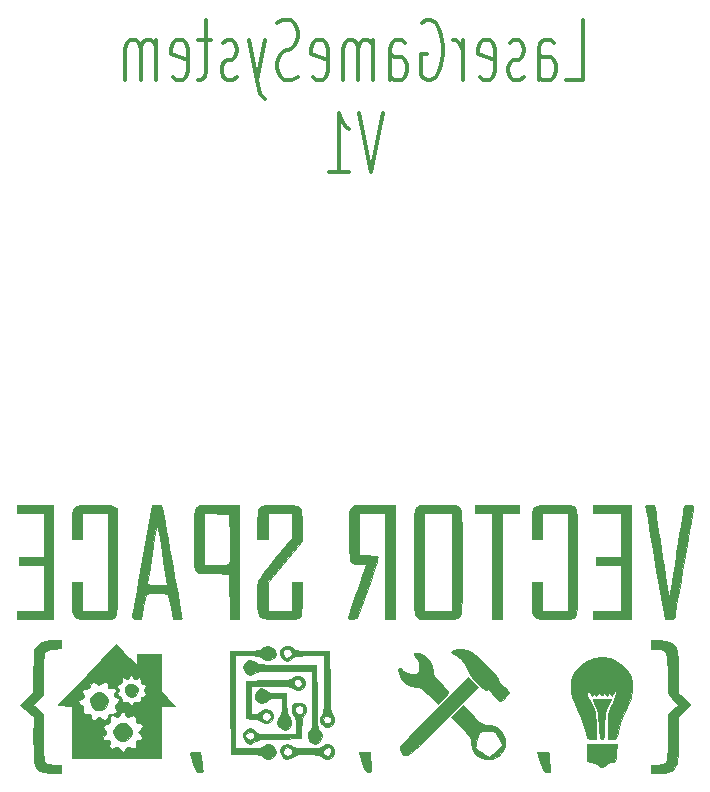
<source format=gbr>
G04 #@! TF.GenerationSoftware,KiCad,Pcbnew,5.0.1*
G04 #@! TF.CreationDate,2019-02-20T16:22:45-05:00*
G04 #@! TF.ProjectId,pongPCB,706F6E675043422E6B696361645F7063,rev?*
G04 #@! TF.SameCoordinates,Original*
G04 #@! TF.FileFunction,Legend,Bot*
G04 #@! TF.FilePolarity,Positive*
%FSLAX46Y46*%
G04 Gerber Fmt 4.6, Leading zero omitted, Abs format (unit mm)*
G04 Created by KiCad (PCBNEW 5.0.1) date Wed 20 Feb 2019 04:22:45 PM EST*
%MOMM*%
%LPD*%
G01*
G04 APERTURE LIST*
%ADD10C,0.300000*%
%ADD11C,0.010000*%
G04 APERTURE END LIST*
D10*
X157298571Y-72631904D02*
X158727142Y-72631904D01*
X158727142Y-67631904D01*
X155012857Y-72631904D02*
X155012857Y-70012857D01*
X155155714Y-69536666D01*
X155441428Y-69298571D01*
X156012857Y-69298571D01*
X156298571Y-69536666D01*
X155012857Y-72393809D02*
X155298571Y-72631904D01*
X156012857Y-72631904D01*
X156298571Y-72393809D01*
X156441428Y-71917619D01*
X156441428Y-71441428D01*
X156298571Y-70965238D01*
X156012857Y-70727142D01*
X155298571Y-70727142D01*
X155012857Y-70489047D01*
X153727142Y-72393809D02*
X153441428Y-72631904D01*
X152870000Y-72631904D01*
X152584285Y-72393809D01*
X152441428Y-71917619D01*
X152441428Y-71679523D01*
X152584285Y-71203333D01*
X152870000Y-70965238D01*
X153298571Y-70965238D01*
X153584285Y-70727142D01*
X153727142Y-70250952D01*
X153727142Y-70012857D01*
X153584285Y-69536666D01*
X153298571Y-69298571D01*
X152870000Y-69298571D01*
X152584285Y-69536666D01*
X150012857Y-72393809D02*
X150298571Y-72631904D01*
X150870000Y-72631904D01*
X151155714Y-72393809D01*
X151298571Y-71917619D01*
X151298571Y-70012857D01*
X151155714Y-69536666D01*
X150870000Y-69298571D01*
X150298571Y-69298571D01*
X150012857Y-69536666D01*
X149870000Y-70012857D01*
X149870000Y-70489047D01*
X151298571Y-70965238D01*
X148584285Y-72631904D02*
X148584285Y-69298571D01*
X148584285Y-70250952D02*
X148441428Y-69774761D01*
X148298571Y-69536666D01*
X148012857Y-69298571D01*
X147727142Y-69298571D01*
X145155714Y-67870000D02*
X145441428Y-67631904D01*
X145870000Y-67631904D01*
X146298571Y-67870000D01*
X146584285Y-68346190D01*
X146727142Y-68822380D01*
X146870000Y-69774761D01*
X146870000Y-70489047D01*
X146727142Y-71441428D01*
X146584285Y-71917619D01*
X146298571Y-72393809D01*
X145870000Y-72631904D01*
X145584285Y-72631904D01*
X145155714Y-72393809D01*
X145012857Y-72155714D01*
X145012857Y-70489047D01*
X145584285Y-70489047D01*
X142441428Y-72631904D02*
X142441428Y-70012857D01*
X142584285Y-69536666D01*
X142870000Y-69298571D01*
X143441428Y-69298571D01*
X143727142Y-69536666D01*
X142441428Y-72393809D02*
X142727142Y-72631904D01*
X143441428Y-72631904D01*
X143727142Y-72393809D01*
X143870000Y-71917619D01*
X143870000Y-71441428D01*
X143727142Y-70965238D01*
X143441428Y-70727142D01*
X142727142Y-70727142D01*
X142441428Y-70489047D01*
X141012857Y-72631904D02*
X141012857Y-69298571D01*
X141012857Y-69774761D02*
X140870000Y-69536666D01*
X140584285Y-69298571D01*
X140155714Y-69298571D01*
X139870000Y-69536666D01*
X139727142Y-70012857D01*
X139727142Y-72631904D01*
X139727142Y-70012857D02*
X139584285Y-69536666D01*
X139298571Y-69298571D01*
X138870000Y-69298571D01*
X138584285Y-69536666D01*
X138441428Y-70012857D01*
X138441428Y-72631904D01*
X135870000Y-72393809D02*
X136155714Y-72631904D01*
X136727142Y-72631904D01*
X137012857Y-72393809D01*
X137155714Y-71917619D01*
X137155714Y-70012857D01*
X137012857Y-69536666D01*
X136727142Y-69298571D01*
X136155714Y-69298571D01*
X135870000Y-69536666D01*
X135727142Y-70012857D01*
X135727142Y-70489047D01*
X137155714Y-70965238D01*
X134584285Y-72393809D02*
X134155714Y-72631904D01*
X133441428Y-72631904D01*
X133155714Y-72393809D01*
X133012857Y-72155714D01*
X132870000Y-71679523D01*
X132870000Y-71203333D01*
X133012857Y-70727142D01*
X133155714Y-70489047D01*
X133441428Y-70250952D01*
X134012857Y-70012857D01*
X134298571Y-69774761D01*
X134441428Y-69536666D01*
X134584285Y-69060476D01*
X134584285Y-68584285D01*
X134441428Y-68108095D01*
X134298571Y-67870000D01*
X134012857Y-67631904D01*
X133298571Y-67631904D01*
X132870000Y-67870000D01*
X131870000Y-69298571D02*
X131155714Y-72631904D01*
X130441428Y-69298571D02*
X131155714Y-72631904D01*
X131441428Y-73822380D01*
X131584285Y-74060476D01*
X131870000Y-74298571D01*
X129441428Y-72393809D02*
X129155714Y-72631904D01*
X128584285Y-72631904D01*
X128298571Y-72393809D01*
X128155714Y-71917619D01*
X128155714Y-71679523D01*
X128298571Y-71203333D01*
X128584285Y-70965238D01*
X129012857Y-70965238D01*
X129298571Y-70727142D01*
X129441428Y-70250952D01*
X129441428Y-70012857D01*
X129298571Y-69536666D01*
X129012857Y-69298571D01*
X128584285Y-69298571D01*
X128298571Y-69536666D01*
X127298571Y-69298571D02*
X126155714Y-69298571D01*
X126870000Y-67631904D02*
X126870000Y-71917619D01*
X126727142Y-72393809D01*
X126441428Y-72631904D01*
X126155714Y-72631904D01*
X124012857Y-72393809D02*
X124298571Y-72631904D01*
X124870000Y-72631904D01*
X125155714Y-72393809D01*
X125298571Y-71917619D01*
X125298571Y-70012857D01*
X125155714Y-69536666D01*
X124870000Y-69298571D01*
X124298571Y-69298571D01*
X124012857Y-69536666D01*
X123870000Y-70012857D01*
X123870000Y-70489047D01*
X125298571Y-70965238D01*
X122584285Y-72631904D02*
X122584285Y-69298571D01*
X122584285Y-69774761D02*
X122441428Y-69536666D01*
X122155714Y-69298571D01*
X121727142Y-69298571D01*
X121441428Y-69536666D01*
X121298571Y-70012857D01*
X121298571Y-72631904D01*
X121298571Y-70012857D02*
X121155714Y-69536666D01*
X120870000Y-69298571D01*
X120441428Y-69298571D01*
X120155714Y-69536666D01*
X120012857Y-70012857D01*
X120012857Y-72631904D01*
X141798571Y-75431904D02*
X140798571Y-80431904D01*
X139798571Y-75431904D01*
X137227142Y-80431904D02*
X138941428Y-80431904D01*
X138084285Y-80431904D02*
X138084285Y-75431904D01*
X138370000Y-76146190D01*
X138655714Y-76622380D01*
X138941428Y-76860476D01*
D11*
G04 #@! TO.C,G\002A\002A\002A*
G36*
X120247319Y-123819077D02*
X120116000Y-123902666D01*
X120011023Y-124118786D01*
X119999863Y-124398675D01*
X120075018Y-124652787D01*
X120189137Y-124775711D01*
X120525327Y-124873670D01*
X120806859Y-124790259D01*
X120937096Y-124657444D01*
X121055094Y-124431926D01*
X121092156Y-124274451D01*
X121005328Y-124045228D01*
X120790211Y-123875646D01*
X120514857Y-123791623D01*
X120247319Y-123819077D01*
X120247319Y-123819077D01*
G37*
X120247319Y-123819077D02*
X120116000Y-123902666D01*
X120011023Y-124118786D01*
X119999863Y-124398675D01*
X120075018Y-124652787D01*
X120189137Y-124775711D01*
X120525327Y-124873670D01*
X120806859Y-124790259D01*
X120937096Y-124657444D01*
X121055094Y-124431926D01*
X121092156Y-124274451D01*
X121005328Y-124045228D01*
X120790211Y-123875646D01*
X120514857Y-123791623D01*
X120247319Y-123819077D01*
G36*
X117463542Y-124569494D02*
X117192061Y-124796307D01*
X117029615Y-125100094D01*
X117008235Y-125253945D01*
X117065917Y-125497368D01*
X117206214Y-125745320D01*
X117380001Y-125926112D01*
X117502008Y-125974510D01*
X117671102Y-126003059D01*
X117722245Y-126018085D01*
X117917407Y-126018618D01*
X118057575Y-125979423D01*
X118340055Y-125777416D01*
X118487212Y-125490962D01*
X118508100Y-125169520D01*
X118411772Y-124862550D01*
X118207279Y-124619511D01*
X117903674Y-124489862D01*
X117783207Y-124480392D01*
X117463542Y-124569494D01*
X117463542Y-124569494D01*
G37*
X117463542Y-124569494D02*
X117192061Y-124796307D01*
X117029615Y-125100094D01*
X117008235Y-125253945D01*
X117065917Y-125497368D01*
X117206214Y-125745320D01*
X117380001Y-125926112D01*
X117502008Y-125974510D01*
X117671102Y-126003059D01*
X117722245Y-126018085D01*
X117917407Y-126018618D01*
X118057575Y-125979423D01*
X118340055Y-125777416D01*
X118487212Y-125490962D01*
X118508100Y-125169520D01*
X118411772Y-124862550D01*
X118207279Y-124619511D01*
X117903674Y-124489862D01*
X117783207Y-124480392D01*
X117463542Y-124569494D01*
G36*
X119668754Y-127108647D02*
X119317936Y-127255747D01*
X119090497Y-127506872D01*
X118995377Y-127814058D01*
X119041522Y-128129342D01*
X119237872Y-128404760D01*
X119405947Y-128518194D01*
X119725850Y-128643089D01*
X119979061Y-128619332D01*
X120238665Y-128435073D01*
X120302956Y-128372760D01*
X120531922Y-128068644D01*
X120570184Y-127784303D01*
X120417394Y-127489139D01*
X120291303Y-127349704D01*
X120064250Y-127155024D01*
X119866656Y-127089600D01*
X119668754Y-127108647D01*
X119668754Y-127108647D01*
G37*
X119668754Y-127108647D02*
X119317936Y-127255747D01*
X119090497Y-127506872D01*
X118995377Y-127814058D01*
X119041522Y-128129342D01*
X119237872Y-128404760D01*
X119405947Y-128518194D01*
X119725850Y-128643089D01*
X119979061Y-128619332D01*
X120238665Y-128435073D01*
X120302956Y-128372760D01*
X120531922Y-128068644D01*
X120570184Y-127784303D01*
X120417394Y-127489139D01*
X120291303Y-127349704D01*
X120064250Y-127155024D01*
X119866656Y-127089600D01*
X119668754Y-127108647D01*
G36*
X110832549Y-109340000D02*
X113123529Y-109340000D01*
X113123529Y-113025490D01*
X111031764Y-113025490D01*
X111031764Y-113722745D01*
X113123529Y-113722745D01*
X113123529Y-117607451D01*
X110832549Y-117607451D01*
X110832549Y-118304706D01*
X113920392Y-118304706D01*
X113920392Y-108642745D01*
X110832549Y-108642745D01*
X110832549Y-109340000D01*
X110832549Y-109340000D01*
G37*
X110832549Y-109340000D02*
X113123529Y-109340000D01*
X113123529Y-113025490D01*
X111031764Y-113025490D01*
X111031764Y-113722745D01*
X113123529Y-113722745D01*
X113123529Y-117607451D01*
X110832549Y-117607451D01*
X110832549Y-118304706D01*
X113920392Y-118304706D01*
X113920392Y-108642745D01*
X110832549Y-108642745D01*
X110832549Y-109340000D01*
G36*
X116731797Y-108643857D02*
X116251743Y-108662709D01*
X115917855Y-108722576D01*
X115703646Y-108846732D01*
X115582629Y-109058449D01*
X115528318Y-109381004D01*
X115514226Y-109837669D01*
X115514117Y-110286274D01*
X115514117Y-111531372D01*
X116310980Y-111531372D01*
X116310980Y-109340000D01*
X118502352Y-109340000D01*
X118502352Y-117607451D01*
X116310980Y-117607451D01*
X116310980Y-115216862D01*
X115514117Y-115216862D01*
X115514117Y-116605724D01*
X115513791Y-117188496D01*
X115530068Y-117620318D01*
X115588828Y-117923752D01*
X115715955Y-118121358D01*
X115937329Y-118235696D01*
X116278832Y-118289328D01*
X116766347Y-118304814D01*
X117425754Y-118304715D01*
X117463196Y-118304706D01*
X118051263Y-118302281D01*
X118472743Y-118292638D01*
X118760232Y-118272224D01*
X118946323Y-118237485D01*
X119063612Y-118184871D01*
X119134366Y-118122549D01*
X119173684Y-118063682D01*
X119206275Y-117970157D01*
X119232760Y-117824413D01*
X119253756Y-117608891D01*
X119269883Y-117306032D01*
X119281760Y-116898276D01*
X119290005Y-116368064D01*
X119295239Y-115697836D01*
X119298080Y-114870033D01*
X119299146Y-113867095D01*
X119299215Y-113446628D01*
X119299215Y-108952865D01*
X119077836Y-108797805D01*
X118946063Y-108734159D01*
X118741551Y-108689733D01*
X118432607Y-108661623D01*
X117987538Y-108646928D01*
X117384503Y-108642745D01*
X116731797Y-108643857D01*
X116731797Y-108643857D01*
G37*
X116731797Y-108643857D02*
X116251743Y-108662709D01*
X115917855Y-108722576D01*
X115703646Y-108846732D01*
X115582629Y-109058449D01*
X115528318Y-109381004D01*
X115514226Y-109837669D01*
X115514117Y-110286274D01*
X115514117Y-111531372D01*
X116310980Y-111531372D01*
X116310980Y-109340000D01*
X118502352Y-109340000D01*
X118502352Y-117607451D01*
X116310980Y-117607451D01*
X116310980Y-115216862D01*
X115514117Y-115216862D01*
X115514117Y-116605724D01*
X115513791Y-117188496D01*
X115530068Y-117620318D01*
X115588828Y-117923752D01*
X115715955Y-118121358D01*
X115937329Y-118235696D01*
X116278832Y-118289328D01*
X116766347Y-118304814D01*
X117425754Y-118304715D01*
X117463196Y-118304706D01*
X118051263Y-118302281D01*
X118472743Y-118292638D01*
X118760232Y-118272224D01*
X118946323Y-118237485D01*
X119063612Y-118184871D01*
X119134366Y-118122549D01*
X119173684Y-118063682D01*
X119206275Y-117970157D01*
X119232760Y-117824413D01*
X119253756Y-117608891D01*
X119269883Y-117306032D01*
X119281760Y-116898276D01*
X119290005Y-116368064D01*
X119295239Y-115697836D01*
X119298080Y-114870033D01*
X119299146Y-113867095D01*
X119299215Y-113446628D01*
X119299215Y-108952865D01*
X119077836Y-108797805D01*
X118946063Y-108734159D01*
X118741551Y-108689733D01*
X118432607Y-108661623D01*
X117987538Y-108646928D01*
X117384503Y-108642745D01*
X116731797Y-108643857D01*
G36*
X122247615Y-108692549D02*
X121423596Y-113324313D01*
X121257053Y-114263725D01*
X121101663Y-115146567D01*
X120960879Y-115952773D01*
X120838152Y-116662275D01*
X120736934Y-117255005D01*
X120660678Y-117710896D01*
X120612836Y-118009879D01*
X120596847Y-118130392D01*
X120640648Y-118248294D01*
X120807873Y-118298377D01*
X120977282Y-118304706D01*
X121360447Y-118304706D01*
X121528308Y-117293966D01*
X121603360Y-116863378D01*
X121672209Y-116506333D01*
X121725637Y-116268666D01*
X121748668Y-116198280D01*
X121867680Y-116158025D01*
X122129457Y-116130975D01*
X122477984Y-116117127D01*
X122857249Y-116116483D01*
X123211238Y-116129043D01*
X123483938Y-116154807D01*
X123619335Y-116193774D01*
X123623095Y-116198280D01*
X123660536Y-116327031D01*
X123719748Y-116606739D01*
X123791514Y-116991569D01*
X123843456Y-117293966D01*
X124011317Y-118304706D01*
X124394482Y-118304706D01*
X124638398Y-118292297D01*
X124770122Y-118261441D01*
X124777647Y-118250821D01*
X124760875Y-118141318D01*
X124713362Y-117859500D01*
X124639307Y-117429179D01*
X124542912Y-116874166D01*
X124428379Y-116218273D01*
X124299907Y-115485312D01*
X124287737Y-115416078D01*
X123550393Y-115416078D01*
X122659245Y-115416078D01*
X122215553Y-115408851D01*
X121945435Y-115384695D01*
X121823689Y-115339896D01*
X121814189Y-115291568D01*
X121842046Y-115161999D01*
X121895833Y-114864055D01*
X121970743Y-114426188D01*
X122061967Y-113876852D01*
X122164696Y-113244502D01*
X122243437Y-112751568D01*
X122351498Y-112085330D01*
X122452704Y-111489467D01*
X122542162Y-110990594D01*
X122614975Y-110615325D01*
X122666249Y-110390276D01*
X122687710Y-110336078D01*
X122725902Y-110428196D01*
X122783582Y-110678425D01*
X122852661Y-111047580D01*
X122919040Y-111456666D01*
X123003096Y-112002305D01*
X123106466Y-112661759D01*
X123216093Y-113352277D01*
X123318920Y-113991106D01*
X123319823Y-113996666D01*
X123550393Y-115416078D01*
X124287737Y-115416078D01*
X124161699Y-114699095D01*
X124017956Y-113883434D01*
X123872878Y-113062140D01*
X123730666Y-112259026D01*
X123595523Y-111497904D01*
X123471648Y-110802584D01*
X123363243Y-110196879D01*
X123274510Y-109704602D01*
X123209648Y-109349563D01*
X123173823Y-109160358D01*
X123067977Y-108632089D01*
X122247615Y-108692549D01*
X122247615Y-108692549D01*
G37*
X122247615Y-108692549D02*
X121423596Y-113324313D01*
X121257053Y-114263725D01*
X121101663Y-115146567D01*
X120960879Y-115952773D01*
X120838152Y-116662275D01*
X120736934Y-117255005D01*
X120660678Y-117710896D01*
X120612836Y-118009879D01*
X120596847Y-118130392D01*
X120640648Y-118248294D01*
X120807873Y-118298377D01*
X120977282Y-118304706D01*
X121360447Y-118304706D01*
X121528308Y-117293966D01*
X121603360Y-116863378D01*
X121672209Y-116506333D01*
X121725637Y-116268666D01*
X121748668Y-116198280D01*
X121867680Y-116158025D01*
X122129457Y-116130975D01*
X122477984Y-116117127D01*
X122857249Y-116116483D01*
X123211238Y-116129043D01*
X123483938Y-116154807D01*
X123619335Y-116193774D01*
X123623095Y-116198280D01*
X123660536Y-116327031D01*
X123719748Y-116606739D01*
X123791514Y-116991569D01*
X123843456Y-117293966D01*
X124011317Y-118304706D01*
X124394482Y-118304706D01*
X124638398Y-118292297D01*
X124770122Y-118261441D01*
X124777647Y-118250821D01*
X124760875Y-118141318D01*
X124713362Y-117859500D01*
X124639307Y-117429179D01*
X124542912Y-116874166D01*
X124428379Y-116218273D01*
X124299907Y-115485312D01*
X124287737Y-115416078D01*
X123550393Y-115416078D01*
X122659245Y-115416078D01*
X122215553Y-115408851D01*
X121945435Y-115384695D01*
X121823689Y-115339896D01*
X121814189Y-115291568D01*
X121842046Y-115161999D01*
X121895833Y-114864055D01*
X121970743Y-114426188D01*
X122061967Y-113876852D01*
X122164696Y-113244502D01*
X122243437Y-112751568D01*
X122351498Y-112085330D01*
X122452704Y-111489467D01*
X122542162Y-110990594D01*
X122614975Y-110615325D01*
X122666249Y-110390276D01*
X122687710Y-110336078D01*
X122725902Y-110428196D01*
X122783582Y-110678425D01*
X122852661Y-111047580D01*
X122919040Y-111456666D01*
X123003096Y-112002305D01*
X123106466Y-112661759D01*
X123216093Y-113352277D01*
X123318920Y-113991106D01*
X123319823Y-113996666D01*
X123550393Y-115416078D01*
X124287737Y-115416078D01*
X124161699Y-114699095D01*
X124017956Y-113883434D01*
X123872878Y-113062140D01*
X123730666Y-112259026D01*
X123595523Y-111497904D01*
X123471648Y-110802584D01*
X123363243Y-110196879D01*
X123274510Y-109704602D01*
X123209648Y-109349563D01*
X123173823Y-109160358D01*
X123067977Y-108632089D01*
X122247615Y-108692549D01*
G36*
X127302823Y-108644087D02*
X126843332Y-108650356D01*
X126521467Y-108664916D01*
X126306437Y-108691131D01*
X126167448Y-108732363D01*
X126073710Y-108791977D01*
X126013281Y-108852204D01*
X125952573Y-108933486D01*
X125905635Y-109043653D01*
X125870252Y-109208477D01*
X125844206Y-109453728D01*
X125825281Y-109805178D01*
X125811261Y-110288597D01*
X125799929Y-110929756D01*
X125793397Y-111408751D01*
X125785855Y-112249418D01*
X125789298Y-112912594D01*
X125806757Y-113419846D01*
X125841260Y-113792741D01*
X125895837Y-114052845D01*
X125973518Y-114221725D01*
X126077333Y-114320947D01*
X126209668Y-114371928D01*
X126389710Y-114393179D01*
X126720841Y-114414268D01*
X127154946Y-114432685D01*
X127616470Y-114445367D01*
X128811764Y-114469804D01*
X128865870Y-118304706D01*
X129658431Y-118304706D01*
X129658431Y-112610796D01*
X128845456Y-112610796D01*
X128841444Y-113073315D01*
X128832965Y-113407653D01*
X128820342Y-113581844D01*
X128817024Y-113595546D01*
X128726391Y-113657996D01*
X128496908Y-113698204D01*
X128106522Y-113718725D01*
X127719204Y-113722745D01*
X126670196Y-113722745D01*
X126670196Y-109333260D01*
X128811764Y-109389804D01*
X128838799Y-111429075D01*
X128844682Y-112052061D01*
X128845456Y-112610796D01*
X129658431Y-112610796D01*
X129658431Y-108642745D01*
X127930732Y-108642745D01*
X127302823Y-108644087D01*
X127302823Y-108644087D01*
G37*
X127302823Y-108644087D02*
X126843332Y-108650356D01*
X126521467Y-108664916D01*
X126306437Y-108691131D01*
X126167448Y-108732363D01*
X126073710Y-108791977D01*
X126013281Y-108852204D01*
X125952573Y-108933486D01*
X125905635Y-109043653D01*
X125870252Y-109208477D01*
X125844206Y-109453728D01*
X125825281Y-109805178D01*
X125811261Y-110288597D01*
X125799929Y-110929756D01*
X125793397Y-111408751D01*
X125785855Y-112249418D01*
X125789298Y-112912594D01*
X125806757Y-113419846D01*
X125841260Y-113792741D01*
X125895837Y-114052845D01*
X125973518Y-114221725D01*
X126077333Y-114320947D01*
X126209668Y-114371928D01*
X126389710Y-114393179D01*
X126720841Y-114414268D01*
X127154946Y-114432685D01*
X127616470Y-114445367D01*
X128811764Y-114469804D01*
X128865870Y-118304706D01*
X129658431Y-118304706D01*
X129658431Y-112610796D01*
X128845456Y-112610796D01*
X128841444Y-113073315D01*
X128832965Y-113407653D01*
X128820342Y-113581844D01*
X128817024Y-113595546D01*
X128726391Y-113657996D01*
X128496908Y-113698204D01*
X128106522Y-113718725D01*
X127719204Y-113722745D01*
X126670196Y-113722745D01*
X126670196Y-109333260D01*
X128811764Y-109389804D01*
X128838799Y-111429075D01*
X128844682Y-112052061D01*
X128845456Y-112610796D01*
X129658431Y-112610796D01*
X129658431Y-108642745D01*
X127930732Y-108642745D01*
X127302823Y-108644087D01*
G36*
X133038372Y-108642745D02*
X132394971Y-108644018D01*
X131923271Y-108664019D01*
X131595837Y-108727024D01*
X131385231Y-108857308D01*
X131264017Y-109079145D01*
X131204758Y-109416811D01*
X131180018Y-109894581D01*
X131169327Y-110296413D01*
X131136301Y-111531372D01*
X132049019Y-111531372D01*
X132049019Y-109340000D01*
X134140784Y-109340000D01*
X134140784Y-111448349D01*
X132701446Y-113180732D01*
X132161797Y-113839689D01*
X131750010Y-114364593D01*
X131457814Y-114766841D01*
X131276942Y-115057830D01*
X131199125Y-115248957D01*
X131198465Y-115252357D01*
X131175563Y-115489274D01*
X131162689Y-115868911D01*
X131160973Y-116334972D01*
X131168588Y-116738782D01*
X131186217Y-117283803D01*
X131220393Y-117685058D01*
X131298165Y-117964538D01*
X131446582Y-118144230D01*
X131692694Y-118246124D01*
X132063551Y-118292209D01*
X132586202Y-118304474D01*
X133094902Y-118304706D01*
X133684384Y-118302301D01*
X134107194Y-118292733D01*
X134395841Y-118272474D01*
X134582834Y-118237993D01*
X134700683Y-118185762D01*
X134772797Y-118122549D01*
X134841259Y-118014835D01*
X134888357Y-117846692D01*
X134917705Y-117584258D01*
X134932920Y-117193672D01*
X134937616Y-116641070D01*
X134937647Y-116578627D01*
X134937647Y-115216862D01*
X134140784Y-115216862D01*
X134140784Y-117607451D01*
X132049019Y-117607451D01*
X132049019Y-115217176D01*
X134937647Y-111720112D01*
X134937647Y-110336488D01*
X134937676Y-109749058D01*
X134920279Y-109315755D01*
X134859224Y-109013190D01*
X134728283Y-108817970D01*
X134501225Y-108706705D01*
X134151820Y-108656002D01*
X133653840Y-108642471D01*
X133038372Y-108642745D01*
X133038372Y-108642745D01*
G37*
X133038372Y-108642745D02*
X132394971Y-108644018D01*
X131923271Y-108664019D01*
X131595837Y-108727024D01*
X131385231Y-108857308D01*
X131264017Y-109079145D01*
X131204758Y-109416811D01*
X131180018Y-109894581D01*
X131169327Y-110296413D01*
X131136301Y-111531372D01*
X132049019Y-111531372D01*
X132049019Y-109340000D01*
X134140784Y-109340000D01*
X134140784Y-111448349D01*
X132701446Y-113180732D01*
X132161797Y-113839689D01*
X131750010Y-114364593D01*
X131457814Y-114766841D01*
X131276942Y-115057830D01*
X131199125Y-115248957D01*
X131198465Y-115252357D01*
X131175563Y-115489274D01*
X131162689Y-115868911D01*
X131160973Y-116334972D01*
X131168588Y-116738782D01*
X131186217Y-117283803D01*
X131220393Y-117685058D01*
X131298165Y-117964538D01*
X131446582Y-118144230D01*
X131692694Y-118246124D01*
X132063551Y-118292209D01*
X132586202Y-118304474D01*
X133094902Y-118304706D01*
X133684384Y-118302301D01*
X134107194Y-118292733D01*
X134395841Y-118272474D01*
X134582834Y-118237993D01*
X134700683Y-118185762D01*
X134772797Y-118122549D01*
X134841259Y-118014835D01*
X134888357Y-117846692D01*
X134917705Y-117584258D01*
X134932920Y-117193672D01*
X134937616Y-116641070D01*
X134937647Y-116578627D01*
X134937647Y-115216862D01*
X134140784Y-115216862D01*
X134140784Y-117607451D01*
X132049019Y-117607451D01*
X132049019Y-115217176D01*
X134937647Y-111720112D01*
X134937647Y-110336488D01*
X134937676Y-109749058D01*
X134920279Y-109315755D01*
X134859224Y-109013190D01*
X134728283Y-108817970D01*
X134501225Y-108706705D01*
X134151820Y-108656002D01*
X133653840Y-108642471D01*
X133038372Y-108642745D01*
G36*
X139122986Y-108912088D02*
X139052276Y-109010847D01*
X138999898Y-109121223D01*
X138963642Y-109271806D01*
X138941298Y-109491184D01*
X138930657Y-109807947D01*
X138929508Y-110250685D01*
X138935643Y-110847987D01*
X138941442Y-111261067D01*
X138953297Y-112005554D01*
X138970663Y-112574469D01*
X139002994Y-112991419D01*
X139059740Y-113280009D01*
X139150355Y-113463845D01*
X139284291Y-113566533D01*
X139471000Y-113611678D01*
X139719934Y-113622886D01*
X139887273Y-113623137D01*
X140181392Y-113630409D01*
X140373384Y-113649105D01*
X140416078Y-113665887D01*
X140383896Y-113767696D01*
X140293546Y-114030525D01*
X140154318Y-114427945D01*
X139975505Y-114933531D01*
X139766397Y-115520855D01*
X139619337Y-115931965D01*
X139395217Y-116560624D01*
X139195468Y-117127141D01*
X139029430Y-117604512D01*
X138906444Y-117965736D01*
X138835848Y-118183812D01*
X138822474Y-118235727D01*
X138910508Y-118278731D01*
X139131548Y-118290629D01*
X139234702Y-118285531D01*
X139647051Y-118254902D01*
X140533343Y-115721776D01*
X140766288Y-115046120D01*
X140972597Y-114428635D01*
X141144159Y-113895172D01*
X141272866Y-113471581D01*
X141350608Y-113183713D01*
X141369275Y-113057419D01*
X141369218Y-113057266D01*
X141262558Y-112981724D01*
X141000066Y-112939079D01*
X140568616Y-112925882D01*
X139818431Y-112925882D01*
X139818431Y-109340000D01*
X142009803Y-109340000D01*
X142009803Y-118304706D01*
X142806666Y-118304706D01*
X142806666Y-108642745D01*
X139334851Y-108642745D01*
X139122986Y-108912088D01*
X139122986Y-108912088D01*
G37*
X139122986Y-108912088D02*
X139052276Y-109010847D01*
X138999898Y-109121223D01*
X138963642Y-109271806D01*
X138941298Y-109491184D01*
X138930657Y-109807947D01*
X138929508Y-110250685D01*
X138935643Y-110847987D01*
X138941442Y-111261067D01*
X138953297Y-112005554D01*
X138970663Y-112574469D01*
X139002994Y-112991419D01*
X139059740Y-113280009D01*
X139150355Y-113463845D01*
X139284291Y-113566533D01*
X139471000Y-113611678D01*
X139719934Y-113622886D01*
X139887273Y-113623137D01*
X140181392Y-113630409D01*
X140373384Y-113649105D01*
X140416078Y-113665887D01*
X140383896Y-113767696D01*
X140293546Y-114030525D01*
X140154318Y-114427945D01*
X139975505Y-114933531D01*
X139766397Y-115520855D01*
X139619337Y-115931965D01*
X139395217Y-116560624D01*
X139195468Y-117127141D01*
X139029430Y-117604512D01*
X138906444Y-117965736D01*
X138835848Y-118183812D01*
X138822474Y-118235727D01*
X138910508Y-118278731D01*
X139131548Y-118290629D01*
X139234702Y-118285531D01*
X139647051Y-118254902D01*
X140533343Y-115721776D01*
X140766288Y-115046120D01*
X140972597Y-114428635D01*
X141144159Y-113895172D01*
X141272866Y-113471581D01*
X141350608Y-113183713D01*
X141369275Y-113057419D01*
X141369218Y-113057266D01*
X141262558Y-112981724D01*
X141000066Y-112939079D01*
X140568616Y-112925882D01*
X139818431Y-112925882D01*
X139818431Y-109340000D01*
X142009803Y-109340000D01*
X142009803Y-118304706D01*
X142806666Y-118304706D01*
X142806666Y-108642745D01*
X139334851Y-108642745D01*
X139122986Y-108912088D01*
G36*
X145850251Y-108644258D02*
X145409990Y-108651254D01*
X145105076Y-108667415D01*
X144903580Y-108696424D01*
X144773573Y-108741964D01*
X144683123Y-108807717D01*
X144639947Y-108852418D01*
X144594607Y-108910738D01*
X144557114Y-108988344D01*
X144526726Y-109103334D01*
X144502698Y-109273807D01*
X144484289Y-109517858D01*
X144470754Y-109853588D01*
X144461352Y-110299093D01*
X144455337Y-110872471D01*
X144451969Y-111591821D01*
X144450503Y-112475239D01*
X144450196Y-113473725D01*
X144450549Y-114528251D01*
X144452105Y-115401659D01*
X144455607Y-116112048D01*
X144461797Y-116677515D01*
X144471419Y-117116159D01*
X144485216Y-117446077D01*
X144503931Y-117685367D01*
X144528307Y-117852127D01*
X144559088Y-117964454D01*
X144597015Y-118040447D01*
X144639947Y-118095032D01*
X144722348Y-118173098D01*
X144827244Y-118228981D01*
X144986565Y-118266366D01*
X145232241Y-118288935D01*
X145596202Y-118300370D01*
X146110377Y-118304355D01*
X146457790Y-118304706D01*
X147067995Y-118302921D01*
X147511069Y-118295234D01*
X147819083Y-118278151D01*
X148024107Y-118248174D01*
X148158213Y-118201806D01*
X148253469Y-118135552D01*
X148285098Y-118105490D01*
X148332531Y-118052002D01*
X148371773Y-117983093D01*
X148403600Y-117880735D01*
X148428787Y-117726899D01*
X148448109Y-117503556D01*
X148462342Y-117192679D01*
X148472261Y-116776238D01*
X148478641Y-116236205D01*
X148482259Y-115554552D01*
X148483889Y-114713250D01*
X148484307Y-113694270D01*
X148484313Y-113473725D01*
X148484041Y-112418063D01*
X148482708Y-111543587D01*
X148479538Y-110832270D01*
X148473756Y-110266083D01*
X148464586Y-109826998D01*
X148451254Y-109496985D01*
X148439252Y-109340000D01*
X147687451Y-109340000D01*
X147687451Y-117607451D01*
X145296862Y-117607451D01*
X145296862Y-109340000D01*
X147687451Y-109340000D01*
X148439252Y-109340000D01*
X148432983Y-109258016D01*
X148408999Y-109092063D01*
X148378526Y-108981098D01*
X148340788Y-108907091D01*
X148295009Y-108852014D01*
X148285098Y-108841961D01*
X148196062Y-108767513D01*
X148079973Y-108714239D01*
X147904759Y-108678640D01*
X147638351Y-108657221D01*
X147248677Y-108646485D01*
X146703667Y-108642936D01*
X146457790Y-108642745D01*
X145850251Y-108644258D01*
X145850251Y-108644258D01*
G37*
X145850251Y-108644258D02*
X145409990Y-108651254D01*
X145105076Y-108667415D01*
X144903580Y-108696424D01*
X144773573Y-108741964D01*
X144683123Y-108807717D01*
X144639947Y-108852418D01*
X144594607Y-108910738D01*
X144557114Y-108988344D01*
X144526726Y-109103334D01*
X144502698Y-109273807D01*
X144484289Y-109517858D01*
X144470754Y-109853588D01*
X144461352Y-110299093D01*
X144455337Y-110872471D01*
X144451969Y-111591821D01*
X144450503Y-112475239D01*
X144450196Y-113473725D01*
X144450549Y-114528251D01*
X144452105Y-115401659D01*
X144455607Y-116112048D01*
X144461797Y-116677515D01*
X144471419Y-117116159D01*
X144485216Y-117446077D01*
X144503931Y-117685367D01*
X144528307Y-117852127D01*
X144559088Y-117964454D01*
X144597015Y-118040447D01*
X144639947Y-118095032D01*
X144722348Y-118173098D01*
X144827244Y-118228981D01*
X144986565Y-118266366D01*
X145232241Y-118288935D01*
X145596202Y-118300370D01*
X146110377Y-118304355D01*
X146457790Y-118304706D01*
X147067995Y-118302921D01*
X147511069Y-118295234D01*
X147819083Y-118278151D01*
X148024107Y-118248174D01*
X148158213Y-118201806D01*
X148253469Y-118135552D01*
X148285098Y-118105490D01*
X148332531Y-118052002D01*
X148371773Y-117983093D01*
X148403600Y-117880735D01*
X148428787Y-117726899D01*
X148448109Y-117503556D01*
X148462342Y-117192679D01*
X148472261Y-116776238D01*
X148478641Y-116236205D01*
X148482259Y-115554552D01*
X148483889Y-114713250D01*
X148484307Y-113694270D01*
X148484313Y-113473725D01*
X148484041Y-112418063D01*
X148482708Y-111543587D01*
X148479538Y-110832270D01*
X148473756Y-110266083D01*
X148464586Y-109826998D01*
X148451254Y-109496985D01*
X148439252Y-109340000D01*
X147687451Y-109340000D01*
X147687451Y-117607451D01*
X145296862Y-117607451D01*
X145296862Y-109340000D01*
X147687451Y-109340000D01*
X148439252Y-109340000D01*
X148432983Y-109258016D01*
X148408999Y-109092063D01*
X148378526Y-108981098D01*
X148340788Y-108907091D01*
X148295009Y-108852014D01*
X148285098Y-108841961D01*
X148196062Y-108767513D01*
X148079973Y-108714239D01*
X147904759Y-108678640D01*
X147638351Y-108657221D01*
X147248677Y-108646485D01*
X146703667Y-108642936D01*
X146457790Y-108642745D01*
X145850251Y-108644258D01*
G36*
X149580000Y-109340000D02*
X151074117Y-109340000D01*
X151074117Y-118304706D01*
X151870980Y-118304706D01*
X151870980Y-109340000D01*
X153365098Y-109340000D01*
X153365098Y-108642745D01*
X149580000Y-108642745D01*
X149580000Y-109340000D01*
X149580000Y-109340000D01*
G37*
X149580000Y-109340000D02*
X151074117Y-109340000D01*
X151074117Y-118304706D01*
X151870980Y-118304706D01*
X151870980Y-109340000D01*
X153365098Y-109340000D01*
X153365098Y-108642745D01*
X149580000Y-108642745D01*
X149580000Y-109340000D01*
G36*
X155190291Y-108657778D02*
X154858258Y-108711379D01*
X154645747Y-108826644D01*
X154526244Y-109026779D01*
X154473238Y-109334990D01*
X154460217Y-109774483D01*
X154460784Y-110269215D01*
X154460784Y-111531372D01*
X155257647Y-111531372D01*
X155257647Y-109340000D01*
X157449019Y-109340000D01*
X157449019Y-117607451D01*
X155257647Y-117607451D01*
X155257647Y-115216862D01*
X154460784Y-115216862D01*
X154460784Y-116595934D01*
X154460174Y-117191957D01*
X154475919Y-117630680D01*
X154534380Y-117936123D01*
X154661917Y-118132301D01*
X154884892Y-118243234D01*
X155229665Y-118292937D01*
X155722598Y-118305430D01*
X156336274Y-118304706D01*
X156922170Y-118302634D01*
X157342460Y-118293809D01*
X157630732Y-118274321D01*
X157820576Y-118240256D01*
X157945580Y-118187702D01*
X158039334Y-118112747D01*
X158046666Y-118105490D01*
X158094099Y-118052002D01*
X158133342Y-117983093D01*
X158165169Y-117880735D01*
X158190355Y-117726899D01*
X158209677Y-117503556D01*
X158223910Y-117192679D01*
X158233829Y-116776238D01*
X158240210Y-116236205D01*
X158243828Y-115554552D01*
X158245458Y-114713250D01*
X158245876Y-113694270D01*
X158245882Y-113473725D01*
X158245610Y-112418063D01*
X158244276Y-111543587D01*
X158241107Y-110832270D01*
X158235325Y-110266083D01*
X158226155Y-109826998D01*
X158212823Y-109496985D01*
X158194552Y-109258016D01*
X158170568Y-109092063D01*
X158140094Y-108981098D01*
X158102356Y-108907091D01*
X158056578Y-108852014D01*
X158046666Y-108841961D01*
X157954555Y-108765386D01*
X157834175Y-108711290D01*
X157652177Y-108675826D01*
X157375209Y-108655147D01*
X156969921Y-108645410D01*
X156402960Y-108642768D01*
X156318967Y-108642745D01*
X155668357Y-108642636D01*
X155190291Y-108657778D01*
X155190291Y-108657778D01*
G37*
X155190291Y-108657778D02*
X154858258Y-108711379D01*
X154645747Y-108826644D01*
X154526244Y-109026779D01*
X154473238Y-109334990D01*
X154460217Y-109774483D01*
X154460784Y-110269215D01*
X154460784Y-111531372D01*
X155257647Y-111531372D01*
X155257647Y-109340000D01*
X157449019Y-109340000D01*
X157449019Y-117607451D01*
X155257647Y-117607451D01*
X155257647Y-115216862D01*
X154460784Y-115216862D01*
X154460784Y-116595934D01*
X154460174Y-117191957D01*
X154475919Y-117630680D01*
X154534380Y-117936123D01*
X154661917Y-118132301D01*
X154884892Y-118243234D01*
X155229665Y-118292937D01*
X155722598Y-118305430D01*
X156336274Y-118304706D01*
X156922170Y-118302634D01*
X157342460Y-118293809D01*
X157630732Y-118274321D01*
X157820576Y-118240256D01*
X157945580Y-118187702D01*
X158039334Y-118112747D01*
X158046666Y-118105490D01*
X158094099Y-118052002D01*
X158133342Y-117983093D01*
X158165169Y-117880735D01*
X158190355Y-117726899D01*
X158209677Y-117503556D01*
X158223910Y-117192679D01*
X158233829Y-116776238D01*
X158240210Y-116236205D01*
X158243828Y-115554552D01*
X158245458Y-114713250D01*
X158245876Y-113694270D01*
X158245882Y-113473725D01*
X158245610Y-112418063D01*
X158244276Y-111543587D01*
X158241107Y-110832270D01*
X158235325Y-110266083D01*
X158226155Y-109826998D01*
X158212823Y-109496985D01*
X158194552Y-109258016D01*
X158170568Y-109092063D01*
X158140094Y-108981098D01*
X158102356Y-108907091D01*
X158056578Y-108852014D01*
X158046666Y-108841961D01*
X157954555Y-108765386D01*
X157834175Y-108711290D01*
X157652177Y-108675826D01*
X157375209Y-108655147D01*
X156969921Y-108645410D01*
X156402960Y-108642768D01*
X156318967Y-108642745D01*
X155668357Y-108642636D01*
X155190291Y-108657778D01*
G36*
X159640392Y-109340000D02*
X161931372Y-109340000D01*
X161931372Y-113025490D01*
X159839607Y-113025490D01*
X159839607Y-113722745D01*
X161931372Y-113722745D01*
X161931372Y-117607451D01*
X159640392Y-117607451D01*
X159640392Y-118304706D01*
X162827843Y-118304706D01*
X162827843Y-108642745D01*
X159640392Y-108642745D01*
X159640392Y-109340000D01*
X159640392Y-109340000D01*
G37*
X159640392Y-109340000D02*
X161931372Y-109340000D01*
X161931372Y-113025490D01*
X159839607Y-113025490D01*
X159839607Y-113722745D01*
X161931372Y-113722745D01*
X161931372Y-117607451D01*
X159640392Y-117607451D01*
X159640392Y-118304706D01*
X162827843Y-118304706D01*
X162827843Y-108642745D01*
X159640392Y-108642745D01*
X159640392Y-109340000D01*
G36*
X164143999Y-108652454D02*
X164040962Y-108707553D01*
X164038759Y-108846998D01*
X164051493Y-108916666D01*
X164078762Y-109068875D01*
X164135824Y-109396607D01*
X164219097Y-109878986D01*
X164324997Y-110495136D01*
X164449941Y-111224180D01*
X164590346Y-112045243D01*
X164742629Y-112937447D01*
X164880687Y-113747647D01*
X165656621Y-118304706D01*
X166084977Y-118304706D01*
X166362108Y-118287929D01*
X166488789Y-118224832D01*
X166513333Y-118129813D01*
X166529969Y-117998570D01*
X166577623Y-117691316D01*
X166652909Y-117228264D01*
X166752443Y-116629627D01*
X166872840Y-115915617D01*
X167010718Y-115106447D01*
X167162690Y-114222329D01*
X167309712Y-113373538D01*
X167471171Y-112443207D01*
X167621680Y-111573081D01*
X167757876Y-110782807D01*
X167876397Y-110092030D01*
X167973881Y-109520399D01*
X168046965Y-109087558D01*
X168092288Y-108813155D01*
X168106575Y-108717451D01*
X168018639Y-108670133D01*
X167799064Y-108644341D01*
X167719425Y-108642745D01*
X167455550Y-108663565D01*
X167326474Y-108747175D01*
X167281578Y-108866862D01*
X167255544Y-109013263D01*
X167203060Y-109333573D01*
X167127756Y-109804770D01*
X167033259Y-110403832D01*
X166923200Y-111107735D01*
X166801207Y-111893458D01*
X166670908Y-112737978D01*
X166651840Y-112862003D01*
X166522359Y-113697826D01*
X166401521Y-114464983D01*
X166292733Y-115142804D01*
X166199401Y-115710619D01*
X166124934Y-116147760D01*
X166072739Y-116433557D01*
X166046224Y-116547342D01*
X166044252Y-116547493D01*
X166023561Y-116435097D01*
X165976281Y-116151990D01*
X165906555Y-115724292D01*
X165818526Y-115178121D01*
X165716338Y-114539599D01*
X165604134Y-113834845D01*
X165486056Y-113089978D01*
X165366249Y-112331118D01*
X165248856Y-111584386D01*
X165138019Y-110875900D01*
X165037883Y-110231780D01*
X164952589Y-109678147D01*
X164904912Y-109364902D01*
X164795783Y-108642745D01*
X164397009Y-108642745D01*
X164143999Y-108652454D01*
X164143999Y-108652454D01*
G37*
X164143999Y-108652454D02*
X164040962Y-108707553D01*
X164038759Y-108846998D01*
X164051493Y-108916666D01*
X164078762Y-109068875D01*
X164135824Y-109396607D01*
X164219097Y-109878986D01*
X164324997Y-110495136D01*
X164449941Y-111224180D01*
X164590346Y-112045243D01*
X164742629Y-112937447D01*
X164880687Y-113747647D01*
X165656621Y-118304706D01*
X166084977Y-118304706D01*
X166362108Y-118287929D01*
X166488789Y-118224832D01*
X166513333Y-118129813D01*
X166529969Y-117998570D01*
X166577623Y-117691316D01*
X166652909Y-117228264D01*
X166752443Y-116629627D01*
X166872840Y-115915617D01*
X167010718Y-115106447D01*
X167162690Y-114222329D01*
X167309712Y-113373538D01*
X167471171Y-112443207D01*
X167621680Y-111573081D01*
X167757876Y-110782807D01*
X167876397Y-110092030D01*
X167973881Y-109520399D01*
X168046965Y-109087558D01*
X168092288Y-108813155D01*
X168106575Y-108717451D01*
X168018639Y-108670133D01*
X167799064Y-108644341D01*
X167719425Y-108642745D01*
X167455550Y-108663565D01*
X167326474Y-108747175D01*
X167281578Y-108866862D01*
X167255544Y-109013263D01*
X167203060Y-109333573D01*
X167127756Y-109804770D01*
X167033259Y-110403832D01*
X166923200Y-111107735D01*
X166801207Y-111893458D01*
X166670908Y-112737978D01*
X166651840Y-112862003D01*
X166522359Y-113697826D01*
X166401521Y-114464983D01*
X166292733Y-115142804D01*
X166199401Y-115710619D01*
X166124934Y-116147760D01*
X166072739Y-116433557D01*
X166046224Y-116547342D01*
X166044252Y-116547493D01*
X166023561Y-116435097D01*
X165976281Y-116151990D01*
X165906555Y-115724292D01*
X165818526Y-115178121D01*
X165716338Y-114539599D01*
X165604134Y-113834845D01*
X165486056Y-113089978D01*
X165366249Y-112331118D01*
X165248856Y-111584386D01*
X165138019Y-110875900D01*
X165037883Y-110231780D01*
X164952589Y-109678147D01*
X164904912Y-109364902D01*
X164795783Y-108642745D01*
X164397009Y-108642745D01*
X164143999Y-108652454D01*
G36*
X147843347Y-120892044D02*
X147641542Y-120999939D01*
X147616775Y-121115105D01*
X147774648Y-121253772D01*
X148012037Y-121380911D01*
X148419010Y-121673847D01*
X148776769Y-122112337D01*
X149044452Y-122642894D01*
X149098357Y-122802860D01*
X149248738Y-123097752D01*
X149535015Y-123469462D01*
X149836662Y-123790712D01*
X150146498Y-124089164D01*
X150353927Y-124261181D01*
X150491162Y-124327177D01*
X150590418Y-124307563D01*
X150619306Y-124286633D01*
X150751294Y-124216691D01*
X150829758Y-124321549D01*
X150838170Y-124344664D01*
X150945651Y-124529337D01*
X151136139Y-124766778D01*
X151360416Y-125005065D01*
X151569260Y-125192278D01*
X151713453Y-125276496D01*
X151722244Y-125277255D01*
X151852439Y-125210907D01*
X152053947Y-125043352D01*
X152150264Y-124948787D01*
X152341683Y-124728932D01*
X152455190Y-124555362D01*
X152468627Y-124509782D01*
X152399334Y-124391434D01*
X152217889Y-124188526D01*
X151970149Y-123951070D01*
X151669136Y-123648769D01*
X151532327Y-123432547D01*
X151529896Y-123351161D01*
X151487593Y-123213549D01*
X151296420Y-122961372D01*
X150953684Y-122591421D01*
X150581714Y-122221281D01*
X149957031Y-121645744D01*
X149421724Y-121226818D01*
X148955629Y-120954713D01*
X148538583Y-120819644D01*
X148150424Y-120811822D01*
X147843347Y-120892044D01*
X147843347Y-120892044D01*
G37*
X147843347Y-120892044D02*
X147641542Y-120999939D01*
X147616775Y-121115105D01*
X147774648Y-121253772D01*
X148012037Y-121380911D01*
X148419010Y-121673847D01*
X148776769Y-122112337D01*
X149044452Y-122642894D01*
X149098357Y-122802860D01*
X149248738Y-123097752D01*
X149535015Y-123469462D01*
X149836662Y-123790712D01*
X150146498Y-124089164D01*
X150353927Y-124261181D01*
X150491162Y-124327177D01*
X150590418Y-124307563D01*
X150619306Y-124286633D01*
X150751294Y-124216691D01*
X150829758Y-124321549D01*
X150838170Y-124344664D01*
X150945651Y-124529337D01*
X151136139Y-124766778D01*
X151360416Y-125005065D01*
X151569260Y-125192278D01*
X151713453Y-125276496D01*
X151722244Y-125277255D01*
X151852439Y-125210907D01*
X152053947Y-125043352D01*
X152150264Y-124948787D01*
X152341683Y-124728932D01*
X152455190Y-124555362D01*
X152468627Y-124509782D01*
X152399334Y-124391434D01*
X152217889Y-124188526D01*
X151970149Y-123951070D01*
X151669136Y-123648769D01*
X151532327Y-123432547D01*
X151529896Y-123351161D01*
X151487593Y-123213549D01*
X151296420Y-122961372D01*
X150953684Y-122591421D01*
X150581714Y-122221281D01*
X149957031Y-121645744D01*
X149421724Y-121226818D01*
X148955629Y-120954713D01*
X148538583Y-120819644D01*
X148150424Y-120811822D01*
X147843347Y-120892044D01*
G36*
X144456441Y-121197623D02*
X144458378Y-121342724D01*
X144630146Y-121571656D01*
X144802258Y-121794417D01*
X144881385Y-122044866D01*
X144898431Y-122357558D01*
X144886876Y-122664323D01*
X144837368Y-122828716D01*
X144727640Y-122906964D01*
X144674313Y-122923493D01*
X144202934Y-122988881D01*
X143825779Y-122895732D01*
X143553096Y-122686794D01*
X143323374Y-122498185D01*
X143176274Y-122489765D01*
X143119598Y-122657092D01*
X143145430Y-122918925D01*
X143328201Y-123392724D01*
X143661968Y-123759279D01*
X144117587Y-123996412D01*
X144665912Y-124081945D01*
X144673785Y-124081961D01*
X144866021Y-124096862D01*
X145040150Y-124159422D01*
X145237322Y-124296421D01*
X145498686Y-124534642D01*
X145745098Y-124779215D01*
X146043288Y-125073756D01*
X146288291Y-125304621D01*
X146447598Y-125441795D01*
X146489485Y-125466570D01*
X146583428Y-125395682D01*
X146766217Y-125225229D01*
X146898874Y-125093041D01*
X147145357Y-124835720D01*
X147282894Y-124643776D01*
X147305253Y-124473721D01*
X147206207Y-124282067D01*
X146979525Y-124025328D01*
X146706191Y-123747976D01*
X146352704Y-123376114D01*
X146133794Y-123103042D01*
X146029815Y-122901448D01*
X146014964Y-122787059D01*
X145967977Y-122219185D01*
X145757871Y-121752469D01*
X145396406Y-121404367D01*
X144950070Y-121206551D01*
X144622635Y-121149612D01*
X144456441Y-121197623D01*
X144456441Y-121197623D01*
G37*
X144456441Y-121197623D02*
X144458378Y-121342724D01*
X144630146Y-121571656D01*
X144802258Y-121794417D01*
X144881385Y-122044866D01*
X144898431Y-122357558D01*
X144886876Y-122664323D01*
X144837368Y-122828716D01*
X144727640Y-122906964D01*
X144674313Y-122923493D01*
X144202934Y-122988881D01*
X143825779Y-122895732D01*
X143553096Y-122686794D01*
X143323374Y-122498185D01*
X143176274Y-122489765D01*
X143119598Y-122657092D01*
X143145430Y-122918925D01*
X143328201Y-123392724D01*
X143661968Y-123759279D01*
X144117587Y-123996412D01*
X144665912Y-124081945D01*
X144673785Y-124081961D01*
X144866021Y-124096862D01*
X145040150Y-124159422D01*
X145237322Y-124296421D01*
X145498686Y-124534642D01*
X145745098Y-124779215D01*
X146043288Y-125073756D01*
X146288291Y-125304621D01*
X146447598Y-125441795D01*
X146489485Y-125466570D01*
X146583428Y-125395682D01*
X146766217Y-125225229D01*
X146898874Y-125093041D01*
X147145357Y-124835720D01*
X147282894Y-124643776D01*
X147305253Y-124473721D01*
X147206207Y-124282067D01*
X146979525Y-124025328D01*
X146706191Y-123747976D01*
X146352704Y-123376114D01*
X146133794Y-123103042D01*
X146029815Y-122901448D01*
X146014964Y-122787059D01*
X145967977Y-122219185D01*
X145757871Y-121752469D01*
X145396406Y-121404367D01*
X144950070Y-121206551D01*
X144622635Y-121149612D01*
X144456441Y-121197623D01*
G36*
X134418325Y-123118182D02*
X134142990Y-123282892D01*
X134058744Y-123352504D01*
X133945502Y-123404383D01*
X133773882Y-123441715D01*
X133514505Y-123467686D01*
X133137990Y-123485481D01*
X132614957Y-123498287D01*
X132076127Y-123507009D01*
X130206274Y-123534117D01*
X130206274Y-126721568D01*
X130767776Y-126751106D01*
X131170108Y-126799915D01*
X131424492Y-126904102D01*
X131505371Y-126975223D01*
X131774292Y-127143204D01*
X132079695Y-127136201D01*
X132347843Y-126970588D01*
X132531842Y-126674663D01*
X132530920Y-126578009D01*
X132307716Y-126578009D01*
X132207294Y-126761231D01*
X132190932Y-126779658D01*
X132042065Y-126930449D01*
X131928480Y-126954395D01*
X131750394Y-126871087D01*
X131743647Y-126867476D01*
X131579111Y-126685553D01*
X131573178Y-126449800D01*
X131670509Y-126293255D01*
X131899375Y-126180009D01*
X132129465Y-126240206D01*
X132252669Y-126381227D01*
X132307716Y-126578009D01*
X132530920Y-126578009D01*
X132528961Y-126372743D01*
X132346304Y-126104191D01*
X132169767Y-125983903D01*
X131852158Y-125912328D01*
X131546809Y-126039260D01*
X131399267Y-126176268D01*
X131167194Y-126324609D01*
X130937895Y-126372941D01*
X130654509Y-126372941D01*
X130654509Y-123982353D01*
X132307230Y-123982353D01*
X132925520Y-123984288D01*
X133377443Y-123992382D01*
X133695827Y-124010066D01*
X133913503Y-124040771D01*
X134063298Y-124087928D01*
X134178043Y-124154969D01*
X134213212Y-124181568D01*
X134512555Y-124352487D01*
X134770628Y-124339915D01*
X135019891Y-124150247D01*
X135206374Y-123841436D01*
X135205286Y-123794175D01*
X134939776Y-123794175D01*
X134884606Y-123999296D01*
X134866668Y-124020128D01*
X134723225Y-124063756D01*
X134542943Y-124061632D01*
X134330684Y-123972882D01*
X134255834Y-123788718D01*
X134294789Y-123536348D01*
X134454564Y-123379153D01*
X134678862Y-123362123D01*
X134752191Y-123392070D01*
X134889242Y-123556678D01*
X134939776Y-123794175D01*
X135205286Y-123794175D01*
X135199273Y-123533088D01*
X135037254Y-123285098D01*
X134742482Y-123113858D01*
X134418325Y-123118182D01*
X134418325Y-123118182D01*
G37*
X134418325Y-123118182D02*
X134142990Y-123282892D01*
X134058744Y-123352504D01*
X133945502Y-123404383D01*
X133773882Y-123441715D01*
X133514505Y-123467686D01*
X133137990Y-123485481D01*
X132614957Y-123498287D01*
X132076127Y-123507009D01*
X130206274Y-123534117D01*
X130206274Y-126721568D01*
X130767776Y-126751106D01*
X131170108Y-126799915D01*
X131424492Y-126904102D01*
X131505371Y-126975223D01*
X131774292Y-127143204D01*
X132079695Y-127136201D01*
X132347843Y-126970588D01*
X132531842Y-126674663D01*
X132530920Y-126578009D01*
X132307716Y-126578009D01*
X132207294Y-126761231D01*
X132190932Y-126779658D01*
X132042065Y-126930449D01*
X131928480Y-126954395D01*
X131750394Y-126871087D01*
X131743647Y-126867476D01*
X131579111Y-126685553D01*
X131573178Y-126449800D01*
X131670509Y-126293255D01*
X131899375Y-126180009D01*
X132129465Y-126240206D01*
X132252669Y-126381227D01*
X132307716Y-126578009D01*
X132530920Y-126578009D01*
X132528961Y-126372743D01*
X132346304Y-126104191D01*
X132169767Y-125983903D01*
X131852158Y-125912328D01*
X131546809Y-126039260D01*
X131399267Y-126176268D01*
X131167194Y-126324609D01*
X130937895Y-126372941D01*
X130654509Y-126372941D01*
X130654509Y-123982353D01*
X132307230Y-123982353D01*
X132925520Y-123984288D01*
X133377443Y-123992382D01*
X133695827Y-124010066D01*
X133913503Y-124040771D01*
X134063298Y-124087928D01*
X134178043Y-124154969D01*
X134213212Y-124181568D01*
X134512555Y-124352487D01*
X134770628Y-124339915D01*
X135019891Y-124150247D01*
X135206374Y-123841436D01*
X135205286Y-123794175D01*
X134939776Y-123794175D01*
X134884606Y-123999296D01*
X134866668Y-124020128D01*
X134723225Y-124063756D01*
X134542943Y-124061632D01*
X134330684Y-123972882D01*
X134255834Y-123788718D01*
X134294789Y-123536348D01*
X134454564Y-123379153D01*
X134678862Y-123362123D01*
X134752191Y-123392070D01*
X134889242Y-123556678D01*
X134939776Y-123794175D01*
X135205286Y-123794175D01*
X135199273Y-123533088D01*
X135037254Y-123285098D01*
X134742482Y-123113858D01*
X134418325Y-123118182D01*
G36*
X133336119Y-120705356D02*
X133148499Y-120934831D01*
X133143605Y-120947208D01*
X133100623Y-121296129D01*
X133243486Y-121588314D01*
X133457089Y-121748188D01*
X133767623Y-121832878D01*
X134044704Y-121732666D01*
X134235878Y-121547399D01*
X134329575Y-121479855D01*
X134500205Y-121434401D01*
X134780869Y-121407271D01*
X135204667Y-121394701D01*
X135597294Y-121392549D01*
X136830196Y-121392549D01*
X136830196Y-123792328D01*
X136829271Y-124549021D01*
X136825196Y-125132511D01*
X136816017Y-125568807D01*
X136799781Y-125883915D01*
X136774535Y-126103847D01*
X136738326Y-126254609D01*
X136689202Y-126362210D01*
X136630980Y-126445369D01*
X136468719Y-126699988D01*
X136458448Y-126911212D01*
X136600915Y-127157819D01*
X136638210Y-127206175D01*
X136909137Y-127421212D01*
X137211703Y-127450503D01*
X137504897Y-127291130D01*
X137527451Y-127269412D01*
X137698750Y-126974491D01*
X137694933Y-126702485D01*
X137410001Y-126702485D01*
X137404724Y-126987392D01*
X137258305Y-127135639D01*
X137054880Y-127151573D01*
X136857455Y-127095814D01*
X136786372Y-126947118D01*
X136780392Y-126821176D01*
X136805115Y-126609487D01*
X136921434Y-126531469D01*
X137077851Y-126522353D01*
X137320636Y-126569724D01*
X137410001Y-126702485D01*
X137694933Y-126702485D01*
X137694198Y-126650187D01*
X137529136Y-126374626D01*
X137468706Y-126303418D01*
X137421564Y-126208981D01*
X137385731Y-126066887D01*
X137359225Y-125852712D01*
X137340066Y-125542030D01*
X137326274Y-125110416D01*
X137315868Y-124533444D01*
X137306868Y-123786689D01*
X137305018Y-123610508D01*
X137280386Y-121232557D01*
X134093437Y-121232557D01*
X134037314Y-121399765D01*
X133855628Y-121563772D01*
X133619982Y-121569533D01*
X133463451Y-121472235D01*
X133351926Y-121253058D01*
X133388660Y-121031331D01*
X133538259Y-120868411D01*
X133765332Y-120825656D01*
X133827979Y-120840268D01*
X134041878Y-120992620D01*
X134093437Y-121232557D01*
X137280386Y-121232557D01*
X137278431Y-121043921D01*
X135822311Y-121016432D01*
X135246586Y-121003108D01*
X134836326Y-120985339D01*
X134557780Y-120958494D01*
X134377196Y-120917945D01*
X134260825Y-120859063D01*
X134188246Y-120792314D01*
X133924191Y-120623985D01*
X133617415Y-120598370D01*
X133336119Y-120705356D01*
X133336119Y-120705356D01*
G37*
X133336119Y-120705356D02*
X133148499Y-120934831D01*
X133143605Y-120947208D01*
X133100623Y-121296129D01*
X133243486Y-121588314D01*
X133457089Y-121748188D01*
X133767623Y-121832878D01*
X134044704Y-121732666D01*
X134235878Y-121547399D01*
X134329575Y-121479855D01*
X134500205Y-121434401D01*
X134780869Y-121407271D01*
X135204667Y-121394701D01*
X135597294Y-121392549D01*
X136830196Y-121392549D01*
X136830196Y-123792328D01*
X136829271Y-124549021D01*
X136825196Y-125132511D01*
X136816017Y-125568807D01*
X136799781Y-125883915D01*
X136774535Y-126103847D01*
X136738326Y-126254609D01*
X136689202Y-126362210D01*
X136630980Y-126445369D01*
X136468719Y-126699988D01*
X136458448Y-126911212D01*
X136600915Y-127157819D01*
X136638210Y-127206175D01*
X136909137Y-127421212D01*
X137211703Y-127450503D01*
X137504897Y-127291130D01*
X137527451Y-127269412D01*
X137698750Y-126974491D01*
X137694933Y-126702485D01*
X137410001Y-126702485D01*
X137404724Y-126987392D01*
X137258305Y-127135639D01*
X137054880Y-127151573D01*
X136857455Y-127095814D01*
X136786372Y-126947118D01*
X136780392Y-126821176D01*
X136805115Y-126609487D01*
X136921434Y-126531469D01*
X137077851Y-126522353D01*
X137320636Y-126569724D01*
X137410001Y-126702485D01*
X137694933Y-126702485D01*
X137694198Y-126650187D01*
X137529136Y-126374626D01*
X137468706Y-126303418D01*
X137421564Y-126208981D01*
X137385731Y-126066887D01*
X137359225Y-125852712D01*
X137340066Y-125542030D01*
X137326274Y-125110416D01*
X137315868Y-124533444D01*
X137306868Y-123786689D01*
X137305018Y-123610508D01*
X137280386Y-121232557D01*
X134093437Y-121232557D01*
X134037314Y-121399765D01*
X133855628Y-121563772D01*
X133619982Y-121569533D01*
X133463451Y-121472235D01*
X133351926Y-121253058D01*
X133388660Y-121031331D01*
X133538259Y-120868411D01*
X133765332Y-120825656D01*
X133827979Y-120840268D01*
X134041878Y-120992620D01*
X134093437Y-121232557D01*
X137280386Y-121232557D01*
X137278431Y-121043921D01*
X135822311Y-121016432D01*
X135246586Y-121003108D01*
X134836326Y-120985339D01*
X134557780Y-120958494D01*
X134377196Y-120917945D01*
X134260825Y-120859063D01*
X134188246Y-120792314D01*
X133924191Y-120623985D01*
X133617415Y-120598370D01*
X133336119Y-120705356D01*
G36*
X131218975Y-124292326D02*
X131040175Y-124506516D01*
X130962688Y-124790837D01*
X131022922Y-125114266D01*
X131056445Y-125184195D01*
X131234153Y-125330363D01*
X131508936Y-125386816D01*
X131800260Y-125354076D01*
X132027591Y-125232659D01*
X132072135Y-125177647D01*
X132195150Y-125053660D01*
X132401356Y-124993317D01*
X132720430Y-124978431D01*
X133244313Y-124978431D01*
X133244313Y-125710052D01*
X133234738Y-126113354D01*
X133198295Y-126371022D01*
X133123408Y-126536051D01*
X133045098Y-126621961D01*
X132891463Y-126858853D01*
X132845882Y-127070196D01*
X132929951Y-127371288D01*
X133145844Y-127577671D01*
X133439086Y-127665209D01*
X133755206Y-127609766D01*
X133889328Y-127532530D01*
X134040111Y-127311460D01*
X134066673Y-127009130D01*
X133971266Y-126698204D01*
X133858562Y-126540024D01*
X133751491Y-126400467D01*
X133686562Y-126227867D01*
X133653773Y-125971482D01*
X133643122Y-125580569D01*
X133642745Y-125445149D01*
X133642745Y-124580000D01*
X132911124Y-124580000D01*
X132507822Y-124570425D01*
X132250153Y-124533982D01*
X132085125Y-124459094D01*
X131999215Y-124380784D01*
X131734901Y-124198437D01*
X131462686Y-124179292D01*
X131218975Y-124292326D01*
X131218975Y-124292326D01*
G37*
X131218975Y-124292326D02*
X131040175Y-124506516D01*
X130962688Y-124790837D01*
X131022922Y-125114266D01*
X131056445Y-125184195D01*
X131234153Y-125330363D01*
X131508936Y-125386816D01*
X131800260Y-125354076D01*
X132027591Y-125232659D01*
X132072135Y-125177647D01*
X132195150Y-125053660D01*
X132401356Y-124993317D01*
X132720430Y-124978431D01*
X133244313Y-124978431D01*
X133244313Y-125710052D01*
X133234738Y-126113354D01*
X133198295Y-126371022D01*
X133123408Y-126536051D01*
X133045098Y-126621961D01*
X132891463Y-126858853D01*
X132845882Y-127070196D01*
X132929951Y-127371288D01*
X133145844Y-127577671D01*
X133439086Y-127665209D01*
X133755206Y-127609766D01*
X133889328Y-127532530D01*
X134040111Y-127311460D01*
X134066673Y-127009130D01*
X133971266Y-126698204D01*
X133858562Y-126540024D01*
X133751491Y-126400467D01*
X133686562Y-126227867D01*
X133653773Y-125971482D01*
X133643122Y-125580569D01*
X133642745Y-125445149D01*
X133642745Y-124580000D01*
X132911124Y-124580000D01*
X132507822Y-124570425D01*
X132250153Y-124533982D01*
X132085125Y-124459094D01*
X131999215Y-124380784D01*
X131734901Y-124198437D01*
X131462686Y-124179292D01*
X131218975Y-124292326D01*
G36*
X159729371Y-125049625D02*
X159593238Y-125060950D01*
X159587806Y-125063777D01*
X159606972Y-125165492D01*
X159691896Y-125394966D01*
X159806038Y-125661424D01*
X159928777Y-125970859D01*
X160012498Y-126291013D01*
X160067812Y-126680086D01*
X160105327Y-127196281D01*
X160112793Y-127344117D01*
X160139089Y-127832409D01*
X160167215Y-128155060D01*
X160204308Y-128345576D01*
X160257508Y-128437461D01*
X160333952Y-128464219D01*
X160351540Y-128464706D01*
X160435333Y-128447747D01*
X160489529Y-128373343D01*
X160520628Y-128206197D01*
X160535130Y-127911015D01*
X160539533Y-127452502D01*
X160539557Y-127443725D01*
X160547693Y-126942871D01*
X160576628Y-126573565D01*
X160637821Y-126268361D01*
X160742729Y-125959811D01*
X160825950Y-125757827D01*
X161109649Y-125092908D01*
X160366277Y-125060572D01*
X160004324Y-125049428D01*
X159729371Y-125049625D01*
X159729371Y-125049625D01*
G37*
X159729371Y-125049625D02*
X159593238Y-125060950D01*
X159587806Y-125063777D01*
X159606972Y-125165492D01*
X159691896Y-125394966D01*
X159806038Y-125661424D01*
X159928777Y-125970859D01*
X160012498Y-126291013D01*
X160067812Y-126680086D01*
X160105327Y-127196281D01*
X160112793Y-127344117D01*
X160139089Y-127832409D01*
X160167215Y-128155060D01*
X160204308Y-128345576D01*
X160257508Y-128437461D01*
X160333952Y-128464219D01*
X160351540Y-128464706D01*
X160435333Y-128447747D01*
X160489529Y-128373343D01*
X160520628Y-128206197D01*
X160535130Y-127911015D01*
X160539533Y-127452502D01*
X160539557Y-127443725D01*
X160547693Y-126942871D01*
X160576628Y-126573565D01*
X160637821Y-126268361D01*
X160742729Y-125959811D01*
X160825950Y-125757827D01*
X161109649Y-125092908D01*
X160366277Y-125060572D01*
X160004324Y-125049428D01*
X159729371Y-125049625D01*
G36*
X159660752Y-121629773D02*
X159091648Y-121836241D01*
X158581397Y-122203410D01*
X158511594Y-122268981D01*
X158151435Y-122666960D01*
X157918926Y-123069963D01*
X157762426Y-123569856D01*
X157750122Y-123623556D01*
X157699866Y-124024024D01*
X157734393Y-124449981D01*
X157862375Y-124939788D01*
X158092484Y-125531808D01*
X158270323Y-125924706D01*
X158487053Y-126427808D01*
X158694690Y-126980135D01*
X158857350Y-127484211D01*
X158893694Y-127618039D01*
X159096337Y-128414902D01*
X159467972Y-128445817D01*
X159839607Y-128476731D01*
X159839607Y-127431402D01*
X159832941Y-126922944D01*
X159806127Y-126549148D01*
X159748940Y-126245708D01*
X159651156Y-125948318D01*
X159573375Y-125756957D01*
X159416693Y-125410401D01*
X159268149Y-125121277D01*
X159166212Y-124960940D01*
X159074264Y-124770630D01*
X159068820Y-124576295D01*
X159145841Y-124457687D01*
X159192156Y-124448847D01*
X159309061Y-124531077D01*
X159403416Y-124671616D01*
X159491742Y-124818559D01*
X159548596Y-124794073D01*
X159584844Y-124710244D01*
X159651227Y-124586547D01*
X159731688Y-124636956D01*
X159777375Y-124696821D01*
X159884282Y-124810940D01*
X159971155Y-124757084D01*
X160014124Y-124696821D01*
X160117779Y-124585668D01*
X160208325Y-124645839D01*
X160232883Y-124679608D01*
X160331179Y-124778734D01*
X160418931Y-124702082D01*
X160433321Y-124680093D01*
X160522092Y-124592486D01*
X160623482Y-124659908D01*
X160679173Y-124729897D01*
X160789741Y-124859607D01*
X160828123Y-124830275D01*
X160832518Y-124754313D01*
X160886901Y-124601503D01*
X161006490Y-124611637D01*
X161115621Y-124741926D01*
X161187901Y-124828695D01*
X161242379Y-124748120D01*
X161271880Y-124642318D01*
X161352873Y-124449931D01*
X161438357Y-124380784D01*
X161557813Y-124438731D01*
X161571468Y-124621038D01*
X161477012Y-124940404D01*
X161272134Y-125409528D01*
X161238474Y-125479685D01*
X161060044Y-125856839D01*
X160944032Y-126145199D01*
X160877012Y-126408400D01*
X160845557Y-126710078D01*
X160836239Y-127113869D01*
X160835686Y-127388652D01*
X160835686Y-128464706D01*
X161186779Y-128464706D01*
X161445386Y-128434424D01*
X161585864Y-128314830D01*
X161635014Y-128209202D01*
X161709472Y-127949675D01*
X161732156Y-127776560D01*
X161775574Y-127526254D01*
X161895927Y-127139551D01*
X162078369Y-126656865D01*
X162308051Y-126118611D01*
X162467388Y-125775294D01*
X162792607Y-124959729D01*
X162941795Y-124228985D01*
X162913733Y-123572345D01*
X162707205Y-122979094D01*
X162320993Y-122438518D01*
X162059307Y-122183916D01*
X161570773Y-121834155D01*
X161049005Y-121635943D01*
X160429285Y-121566021D01*
X160337647Y-121565141D01*
X159660752Y-121629773D01*
X159660752Y-121629773D01*
G37*
X159660752Y-121629773D02*
X159091648Y-121836241D01*
X158581397Y-122203410D01*
X158511594Y-122268981D01*
X158151435Y-122666960D01*
X157918926Y-123069963D01*
X157762426Y-123569856D01*
X157750122Y-123623556D01*
X157699866Y-124024024D01*
X157734393Y-124449981D01*
X157862375Y-124939788D01*
X158092484Y-125531808D01*
X158270323Y-125924706D01*
X158487053Y-126427808D01*
X158694690Y-126980135D01*
X158857350Y-127484211D01*
X158893694Y-127618039D01*
X159096337Y-128414902D01*
X159467972Y-128445817D01*
X159839607Y-128476731D01*
X159839607Y-127431402D01*
X159832941Y-126922944D01*
X159806127Y-126549148D01*
X159748940Y-126245708D01*
X159651156Y-125948318D01*
X159573375Y-125756957D01*
X159416693Y-125410401D01*
X159268149Y-125121277D01*
X159166212Y-124960940D01*
X159074264Y-124770630D01*
X159068820Y-124576295D01*
X159145841Y-124457687D01*
X159192156Y-124448847D01*
X159309061Y-124531077D01*
X159403416Y-124671616D01*
X159491742Y-124818559D01*
X159548596Y-124794073D01*
X159584844Y-124710244D01*
X159651227Y-124586547D01*
X159731688Y-124636956D01*
X159777375Y-124696821D01*
X159884282Y-124810940D01*
X159971155Y-124757084D01*
X160014124Y-124696821D01*
X160117779Y-124585668D01*
X160208325Y-124645839D01*
X160232883Y-124679608D01*
X160331179Y-124778734D01*
X160418931Y-124702082D01*
X160433321Y-124680093D01*
X160522092Y-124592486D01*
X160623482Y-124659908D01*
X160679173Y-124729897D01*
X160789741Y-124859607D01*
X160828123Y-124830275D01*
X160832518Y-124754313D01*
X160886901Y-124601503D01*
X161006490Y-124611637D01*
X161115621Y-124741926D01*
X161187901Y-124828695D01*
X161242379Y-124748120D01*
X161271880Y-124642318D01*
X161352873Y-124449931D01*
X161438357Y-124380784D01*
X161557813Y-124438731D01*
X161571468Y-124621038D01*
X161477012Y-124940404D01*
X161272134Y-125409528D01*
X161238474Y-125479685D01*
X161060044Y-125856839D01*
X160944032Y-126145199D01*
X160877012Y-126408400D01*
X160845557Y-126710078D01*
X160836239Y-127113869D01*
X160835686Y-127388652D01*
X160835686Y-128464706D01*
X161186779Y-128464706D01*
X161445386Y-128434424D01*
X161585864Y-128314830D01*
X161635014Y-128209202D01*
X161709472Y-127949675D01*
X161732156Y-127776560D01*
X161775574Y-127526254D01*
X161895927Y-127139551D01*
X162078369Y-126656865D01*
X162308051Y-126118611D01*
X162467388Y-125775294D01*
X162792607Y-124959729D01*
X162941795Y-124228985D01*
X162913733Y-123572345D01*
X162707205Y-122979094D01*
X162320993Y-122438518D01*
X162059307Y-122183916D01*
X161570773Y-121834155D01*
X161049005Y-121635943D01*
X160429285Y-121566021D01*
X160337647Y-121565141D01*
X159660752Y-121629773D01*
G36*
X134329110Y-125456515D02*
X134235987Y-125531582D01*
X134124966Y-125799184D01*
X134128043Y-126126721D01*
X134241127Y-126413762D01*
X134273594Y-126454205D01*
X134371585Y-126631596D01*
X134424245Y-126920146D01*
X134439607Y-127351961D01*
X134439607Y-128066274D01*
X132850410Y-128066274D01*
X132254276Y-128065246D01*
X131823927Y-128059141D01*
X131525935Y-128043431D01*
X131326870Y-128013588D01*
X131193302Y-127965083D01*
X131091802Y-127893387D01*
X131012192Y-127817255D01*
X130786889Y-127647196D01*
X130574112Y-127568829D01*
X130559429Y-127568235D01*
X130298941Y-127655619D01*
X130078571Y-127871785D01*
X129962474Y-128147755D01*
X129957254Y-128215686D01*
X130035491Y-128488479D01*
X130227940Y-128725105D01*
X130471210Y-128855312D01*
X130541469Y-128863137D01*
X130749472Y-128803815D01*
X130977597Y-128666215D01*
X131084089Y-128595627D01*
X131218656Y-128543174D01*
X131411926Y-128505555D01*
X131694528Y-128479471D01*
X132097090Y-128461623D01*
X132650240Y-128448711D01*
X133057893Y-128442097D01*
X134887843Y-128414902D01*
X134891046Y-128312636D01*
X130905073Y-128312636D01*
X130772800Y-128477965D01*
X130568274Y-128542638D01*
X130351545Y-128482252D01*
X130222223Y-128348545D01*
X130177590Y-128151702D01*
X130249149Y-128024820D01*
X130456090Y-127888566D01*
X130688466Y-127880758D01*
X130867364Y-127995832D01*
X130905046Y-128071054D01*
X130905073Y-128312636D01*
X134891046Y-128312636D01*
X134916321Y-127505731D01*
X134937512Y-127051474D01*
X134973030Y-126751494D01*
X135032133Y-126560916D01*
X135124082Y-126434865D01*
X135140439Y-126419508D01*
X135301691Y-126157280D01*
X135309335Y-126013733D01*
X135089516Y-126013733D01*
X135033393Y-126180941D01*
X134851706Y-126344948D01*
X134616060Y-126350710D01*
X134459529Y-126253412D01*
X134348005Y-126034234D01*
X134384738Y-125812507D01*
X134534337Y-125649588D01*
X134761410Y-125606833D01*
X134824057Y-125621444D01*
X135037957Y-125773797D01*
X135089516Y-126013733D01*
X135309335Y-126013733D01*
X135318140Y-125848408D01*
X135188501Y-125576407D01*
X135153921Y-125541712D01*
X134901539Y-125413333D01*
X134596900Y-125384606D01*
X134329110Y-125456515D01*
X134329110Y-125456515D01*
G37*
X134329110Y-125456515D02*
X134235987Y-125531582D01*
X134124966Y-125799184D01*
X134128043Y-126126721D01*
X134241127Y-126413762D01*
X134273594Y-126454205D01*
X134371585Y-126631596D01*
X134424245Y-126920146D01*
X134439607Y-127351961D01*
X134439607Y-128066274D01*
X132850410Y-128066274D01*
X132254276Y-128065246D01*
X131823927Y-128059141D01*
X131525935Y-128043431D01*
X131326870Y-128013588D01*
X131193302Y-127965083D01*
X131091802Y-127893387D01*
X131012192Y-127817255D01*
X130786889Y-127647196D01*
X130574112Y-127568829D01*
X130559429Y-127568235D01*
X130298941Y-127655619D01*
X130078571Y-127871785D01*
X129962474Y-128147755D01*
X129957254Y-128215686D01*
X130035491Y-128488479D01*
X130227940Y-128725105D01*
X130471210Y-128855312D01*
X130541469Y-128863137D01*
X130749472Y-128803815D01*
X130977597Y-128666215D01*
X131084089Y-128595627D01*
X131218656Y-128543174D01*
X131411926Y-128505555D01*
X131694528Y-128479471D01*
X132097090Y-128461623D01*
X132650240Y-128448711D01*
X133057893Y-128442097D01*
X134887843Y-128414902D01*
X134891046Y-128312636D01*
X130905073Y-128312636D01*
X130772800Y-128477965D01*
X130568274Y-128542638D01*
X130351545Y-128482252D01*
X130222223Y-128348545D01*
X130177590Y-128151702D01*
X130249149Y-128024820D01*
X130456090Y-127888566D01*
X130688466Y-127880758D01*
X130867364Y-127995832D01*
X130905046Y-128071054D01*
X130905073Y-128312636D01*
X134891046Y-128312636D01*
X134916321Y-127505731D01*
X134937512Y-127051474D01*
X134973030Y-126751494D01*
X135032133Y-126560916D01*
X135124082Y-126434865D01*
X135140439Y-126419508D01*
X135301691Y-126157280D01*
X135309335Y-126013733D01*
X135089516Y-126013733D01*
X135033393Y-126180941D01*
X134851706Y-126344948D01*
X134616060Y-126350710D01*
X134459529Y-126253412D01*
X134348005Y-126034234D01*
X134384738Y-125812507D01*
X134534337Y-125649588D01*
X134761410Y-125606833D01*
X134824057Y-125621444D01*
X135037957Y-125773797D01*
X135089516Y-126013733D01*
X135309335Y-126013733D01*
X135318140Y-125848408D01*
X135188501Y-125576407D01*
X135153921Y-125541712D01*
X134901539Y-125413333D01*
X134596900Y-125384606D01*
X134329110Y-125456515D01*
G36*
X130193872Y-121923168D02*
X130112314Y-122012359D01*
X129970397Y-122346071D01*
X130023684Y-122652302D01*
X130221925Y-122881182D01*
X130529406Y-123026780D01*
X130839487Y-122975568D01*
X131060784Y-122825081D01*
X131154187Y-122778931D01*
X131330250Y-122743725D01*
X131611113Y-122718225D01*
X132018916Y-122701196D01*
X132575796Y-122691402D01*
X133303894Y-122687607D01*
X133526078Y-122687451D01*
X135834117Y-122687451D01*
X135834117Y-125112405D01*
X135833319Y-125871372D01*
X135829645Y-126456209D01*
X135821178Y-126892000D01*
X135805999Y-127203827D01*
X135782191Y-127416775D01*
X135747835Y-127555927D01*
X135701013Y-127646367D01*
X135639808Y-127713177D01*
X135634902Y-127717647D01*
X135470259Y-127978926D01*
X135437179Y-128292238D01*
X135533903Y-128578975D01*
X135657065Y-128708077D01*
X135879682Y-128825872D01*
X136033333Y-128863137D01*
X136228810Y-128808635D01*
X136409601Y-128708077D01*
X136582622Y-128483010D01*
X136636639Y-128187010D01*
X136569643Y-127901688D01*
X136433423Y-127739980D01*
X136374274Y-127689260D01*
X136327882Y-127614220D01*
X136292394Y-127491555D01*
X136265959Y-127297957D01*
X136246722Y-127010121D01*
X136232832Y-126604741D01*
X136222436Y-126058509D01*
X136213682Y-125348119D01*
X136209305Y-124920411D01*
X136182745Y-122239215D01*
X133715707Y-122212570D01*
X132947911Y-122203382D01*
X132354343Y-122193065D01*
X131910017Y-122179516D01*
X131589946Y-122160636D01*
X131369145Y-122134320D01*
X131222628Y-122098469D01*
X131125408Y-122050981D01*
X131052501Y-121989753D01*
X131051197Y-121988452D01*
X130773674Y-121823811D01*
X130463639Y-121802667D01*
X130193872Y-121923168D01*
X130193872Y-121923168D01*
G37*
X130193872Y-121923168D02*
X130112314Y-122012359D01*
X129970397Y-122346071D01*
X130023684Y-122652302D01*
X130221925Y-122881182D01*
X130529406Y-123026780D01*
X130839487Y-122975568D01*
X131060784Y-122825081D01*
X131154187Y-122778931D01*
X131330250Y-122743725D01*
X131611113Y-122718225D01*
X132018916Y-122701196D01*
X132575796Y-122691402D01*
X133303894Y-122687607D01*
X133526078Y-122687451D01*
X135834117Y-122687451D01*
X135834117Y-125112405D01*
X135833319Y-125871372D01*
X135829645Y-126456209D01*
X135821178Y-126892000D01*
X135805999Y-127203827D01*
X135782191Y-127416775D01*
X135747835Y-127555927D01*
X135701013Y-127646367D01*
X135639808Y-127713177D01*
X135634902Y-127717647D01*
X135470259Y-127978926D01*
X135437179Y-128292238D01*
X135533903Y-128578975D01*
X135657065Y-128708077D01*
X135879682Y-128825872D01*
X136033333Y-128863137D01*
X136228810Y-128808635D01*
X136409601Y-128708077D01*
X136582622Y-128483010D01*
X136636639Y-128187010D01*
X136569643Y-127901688D01*
X136433423Y-127739980D01*
X136374274Y-127689260D01*
X136327882Y-127614220D01*
X136292394Y-127491555D01*
X136265959Y-127297957D01*
X136246722Y-127010121D01*
X136232832Y-126604741D01*
X136222436Y-126058509D01*
X136213682Y-125348119D01*
X136209305Y-124920411D01*
X136182745Y-122239215D01*
X133715707Y-122212570D01*
X132947911Y-122203382D01*
X132354343Y-122193065D01*
X131910017Y-122179516D01*
X131589946Y-122160636D01*
X131369145Y-122134320D01*
X131222628Y-122098469D01*
X131125408Y-122050981D01*
X131052501Y-121989753D01*
X131051197Y-121988452D01*
X130773674Y-121823811D01*
X130463639Y-121802667D01*
X130193872Y-121923168D01*
G36*
X146172255Y-126057825D02*
X145551447Y-126684488D01*
X144974383Y-127272497D01*
X144456398Y-127805815D01*
X144012831Y-128268403D01*
X143659017Y-128644223D01*
X143410293Y-128917239D01*
X143281996Y-129071413D01*
X143268332Y-129094470D01*
X143270170Y-129335765D01*
X143381297Y-129603326D01*
X143543735Y-129782984D01*
X143637544Y-129830621D01*
X143742656Y-129842246D01*
X143872636Y-129806588D01*
X144041052Y-129712371D01*
X144261469Y-129548323D01*
X144547453Y-129303169D01*
X144912571Y-128965637D01*
X145370389Y-128524452D01*
X145934473Y-127968341D01*
X146618390Y-127286030D01*
X146958022Y-126945686D01*
X149863013Y-124032157D01*
X149013657Y-123202709D01*
X146172255Y-126057825D01*
X146172255Y-126057825D01*
G37*
X146172255Y-126057825D02*
X145551447Y-126684488D01*
X144974383Y-127272497D01*
X144456398Y-127805815D01*
X144012831Y-128268403D01*
X143659017Y-128644223D01*
X143410293Y-128917239D01*
X143281996Y-129071413D01*
X143268332Y-129094470D01*
X143270170Y-129335765D01*
X143381297Y-129603326D01*
X143543735Y-129782984D01*
X143637544Y-129830621D01*
X143742656Y-129842246D01*
X143872636Y-129806588D01*
X144041052Y-129712371D01*
X144261469Y-129548323D01*
X144547453Y-129303169D01*
X144912571Y-128965637D01*
X145370389Y-128524452D01*
X145934473Y-127968341D01*
X146618390Y-127286030D01*
X146958022Y-126945686D01*
X149863013Y-124032157D01*
X149013657Y-123202709D01*
X146172255Y-126057825D01*
G36*
X116743791Y-123010474D02*
X114269019Y-125625882D01*
X115514117Y-125685192D01*
X115514117Y-130058431D01*
X122984705Y-130058431D01*
X122984705Y-127404033D01*
X121465113Y-127404033D01*
X121365039Y-127606544D01*
X121282018Y-127681949D01*
X121042352Y-127869780D01*
X121266701Y-128058886D01*
X121424469Y-128271964D01*
X121394811Y-128455044D01*
X121189334Y-128569611D01*
X121108628Y-128583413D01*
X120927723Y-128629551D01*
X120867613Y-128753189D01*
X120875546Y-128937843D01*
X120875982Y-129164926D01*
X120797553Y-129253065D01*
X120721154Y-129261568D01*
X120501012Y-129203460D01*
X120419045Y-129146260D01*
X120264838Y-129103802D01*
X120101209Y-129193479D01*
X120002406Y-129366635D01*
X119996470Y-129423177D01*
X119913455Y-129534458D01*
X119797254Y-129560392D01*
X119635349Y-129521629D01*
X119598039Y-129467899D01*
X119534466Y-129330100D01*
X119441121Y-129218488D01*
X119301801Y-129116322D01*
X119160182Y-129152176D01*
X119074380Y-129208537D01*
X118848909Y-129293852D01*
X118699039Y-129209847D01*
X118652294Y-128980529D01*
X118668443Y-128854449D01*
X118690697Y-128653351D01*
X118610266Y-128576223D01*
X118415196Y-128564313D01*
X118191454Y-128536107D01*
X118109103Y-128428660D01*
X118103921Y-128361972D01*
X118168828Y-128170436D01*
X118253333Y-128102295D01*
X118390255Y-127978402D01*
X118341489Y-127784273D01*
X118241252Y-127654494D01*
X118130338Y-127432335D01*
X118196623Y-127255182D01*
X118418115Y-127171346D01*
X118461873Y-127169804D01*
X118644115Y-127148167D01*
X118692147Y-127042130D01*
X118668443Y-126879668D01*
X118666945Y-126601167D01*
X118777618Y-126454375D01*
X118971846Y-126465528D01*
X119063174Y-126517731D01*
X119286538Y-126601543D01*
X119453895Y-126495441D01*
X119527472Y-126348039D01*
X119644245Y-126220864D01*
X119815907Y-126176542D01*
X119958644Y-126221702D01*
X119996470Y-126310941D01*
X120071861Y-126518331D01*
X120254229Y-126595610D01*
X120457683Y-126526975D01*
X120682038Y-126443464D01*
X120831490Y-126533297D01*
X120878363Y-126776284D01*
X120874195Y-126830859D01*
X120878517Y-127041095D01*
X120990868Y-127129504D01*
X121122941Y-127152086D01*
X121380828Y-127240602D01*
X121465113Y-127404033D01*
X122984705Y-127404033D01*
X122984705Y-125675686D01*
X124224048Y-125675686D01*
X123604377Y-125050457D01*
X123247745Y-124690626D01*
X121754603Y-124690626D01*
X121677969Y-124832347D01*
X121485884Y-124878823D01*
X121338741Y-124935362D01*
X121317448Y-125102941D01*
X121307570Y-125255096D01*
X121196399Y-125306891D01*
X121017451Y-125301777D01*
X120778615Y-125313141D01*
X120694868Y-125406369D01*
X120693725Y-125426287D01*
X120626546Y-125551365D01*
X120483151Y-125563661D01*
X120350751Y-125464314D01*
X120329342Y-125421526D01*
X120219542Y-125316598D01*
X119987670Y-125328997D01*
X119983841Y-125329832D01*
X119781275Y-125354250D01*
X119706509Y-125275713D01*
X119701536Y-125203684D01*
X119494828Y-125203684D01*
X119422734Y-125365274D01*
X119299215Y-125447609D01*
X119135153Y-125571157D01*
X119113138Y-125772238D01*
X119219529Y-125954588D01*
X119275541Y-126104813D01*
X119168474Y-126234537D01*
X118934073Y-126310728D01*
X118825547Y-126318688D01*
X118617700Y-126361016D01*
X118532265Y-126519660D01*
X118520638Y-126597059D01*
X118434348Y-126815262D01*
X118260597Y-126863397D01*
X118022928Y-126736821D01*
X117983739Y-126702949D01*
X117839903Y-126596497D01*
X117723267Y-126621732D01*
X117588629Y-126744355D01*
X117366402Y-126890826D01*
X117195394Y-126864854D01*
X117111190Y-126676289D01*
X117107843Y-126611304D01*
X117063220Y-126425315D01*
X116983333Y-126363126D01*
X116790479Y-126349659D01*
X116609803Y-126338224D01*
X116423983Y-126278977D01*
X116380530Y-126115606D01*
X116459452Y-125851384D01*
X116461097Y-125700334D01*
X116294993Y-125589213D01*
X116271302Y-125579928D01*
X116082228Y-125447852D01*
X116007243Y-125278600D01*
X116053410Y-125134597D01*
X116214498Y-125078039D01*
X116415623Y-125003054D01*
X116488140Y-124825906D01*
X116410588Y-124629804D01*
X116325312Y-124421365D01*
X116408195Y-124261607D01*
X116628183Y-124199262D01*
X116682925Y-124202452D01*
X116887814Y-124192863D01*
X116972494Y-124068000D01*
X116989136Y-123965881D01*
X117083853Y-123720971D01*
X117263576Y-123628842D01*
X117480615Y-123711270D01*
X117503620Y-123730931D01*
X117698595Y-123864254D01*
X117868135Y-123837625D01*
X118017662Y-123721253D01*
X118239822Y-123610339D01*
X118416974Y-123676623D01*
X118500810Y-123898116D01*
X118502352Y-123941874D01*
X118523989Y-124124115D01*
X118630026Y-124172147D01*
X118792488Y-124148443D01*
X119067496Y-124145786D01*
X119209763Y-124252309D01*
X119193151Y-124440153D01*
X119143255Y-124522306D01*
X119075670Y-124739977D01*
X119167166Y-124914723D01*
X119361216Y-124978431D01*
X119477845Y-125048075D01*
X119494828Y-125203684D01*
X119701536Y-125203684D01*
X119697647Y-125147375D01*
X119625253Y-124922974D01*
X119498431Y-124849962D01*
X119359925Y-124755545D01*
X119297264Y-124613081D01*
X119331548Y-124500859D01*
X119398823Y-124480392D01*
X119487193Y-124399714D01*
X119498431Y-124330980D01*
X119444646Y-124198425D01*
X119398823Y-124181568D01*
X119317893Y-124098142D01*
X119299215Y-123982353D01*
X119369649Y-123815877D01*
X119498431Y-123783137D01*
X119655972Y-123723209D01*
X119697647Y-123539996D01*
X119737348Y-123325067D01*
X119830040Y-123221130D01*
X119936106Y-123269158D01*
X119945662Y-123283473D01*
X120082192Y-123378069D01*
X120231068Y-123353948D01*
X120295294Y-123235294D01*
X120378336Y-123113614D01*
X120494509Y-123085882D01*
X120656750Y-123148164D01*
X120693725Y-123235294D01*
X120765315Y-123358827D01*
X120916102Y-123375207D01*
X121045342Y-123280261D01*
X121150894Y-123226687D01*
X121261075Y-123308181D01*
X121325588Y-123468316D01*
X121319276Y-123587584D01*
X121325587Y-123742960D01*
X121473092Y-123783137D01*
X121693949Y-123842050D01*
X121749653Y-123993365D01*
X121651793Y-124168536D01*
X121547715Y-124316555D01*
X121592577Y-124436368D01*
X121653822Y-124501329D01*
X121754603Y-124690626D01*
X123247745Y-124690626D01*
X122984705Y-124425228D01*
X122984705Y-121292941D01*
X120992549Y-121292941D01*
X120988148Y-121766078D01*
X120983748Y-122239215D01*
X120101155Y-121317141D01*
X119218562Y-120395066D01*
X116743791Y-123010474D01*
X116743791Y-123010474D01*
G37*
X116743791Y-123010474D02*
X114269019Y-125625882D01*
X115514117Y-125685192D01*
X115514117Y-130058431D01*
X122984705Y-130058431D01*
X122984705Y-127404033D01*
X121465113Y-127404033D01*
X121365039Y-127606544D01*
X121282018Y-127681949D01*
X121042352Y-127869780D01*
X121266701Y-128058886D01*
X121424469Y-128271964D01*
X121394811Y-128455044D01*
X121189334Y-128569611D01*
X121108628Y-128583413D01*
X120927723Y-128629551D01*
X120867613Y-128753189D01*
X120875546Y-128937843D01*
X120875982Y-129164926D01*
X120797553Y-129253065D01*
X120721154Y-129261568D01*
X120501012Y-129203460D01*
X120419045Y-129146260D01*
X120264838Y-129103802D01*
X120101209Y-129193479D01*
X120002406Y-129366635D01*
X119996470Y-129423177D01*
X119913455Y-129534458D01*
X119797254Y-129560392D01*
X119635349Y-129521629D01*
X119598039Y-129467899D01*
X119534466Y-129330100D01*
X119441121Y-129218488D01*
X119301801Y-129116322D01*
X119160182Y-129152176D01*
X119074380Y-129208537D01*
X118848909Y-129293852D01*
X118699039Y-129209847D01*
X118652294Y-128980529D01*
X118668443Y-128854449D01*
X118690697Y-128653351D01*
X118610266Y-128576223D01*
X118415196Y-128564313D01*
X118191454Y-128536107D01*
X118109103Y-128428660D01*
X118103921Y-128361972D01*
X118168828Y-128170436D01*
X118253333Y-128102295D01*
X118390255Y-127978402D01*
X118341489Y-127784273D01*
X118241252Y-127654494D01*
X118130338Y-127432335D01*
X118196623Y-127255182D01*
X118418115Y-127171346D01*
X118461873Y-127169804D01*
X118644115Y-127148167D01*
X118692147Y-127042130D01*
X118668443Y-126879668D01*
X118666945Y-126601167D01*
X118777618Y-126454375D01*
X118971846Y-126465528D01*
X119063174Y-126517731D01*
X119286538Y-126601543D01*
X119453895Y-126495441D01*
X119527472Y-126348039D01*
X119644245Y-126220864D01*
X119815907Y-126176542D01*
X119958644Y-126221702D01*
X119996470Y-126310941D01*
X120071861Y-126518331D01*
X120254229Y-126595610D01*
X120457683Y-126526975D01*
X120682038Y-126443464D01*
X120831490Y-126533297D01*
X120878363Y-126776284D01*
X120874195Y-126830859D01*
X120878517Y-127041095D01*
X120990868Y-127129504D01*
X121122941Y-127152086D01*
X121380828Y-127240602D01*
X121465113Y-127404033D01*
X122984705Y-127404033D01*
X122984705Y-125675686D01*
X124224048Y-125675686D01*
X123604377Y-125050457D01*
X123247745Y-124690626D01*
X121754603Y-124690626D01*
X121677969Y-124832347D01*
X121485884Y-124878823D01*
X121338741Y-124935362D01*
X121317448Y-125102941D01*
X121307570Y-125255096D01*
X121196399Y-125306891D01*
X121017451Y-125301777D01*
X120778615Y-125313141D01*
X120694868Y-125406369D01*
X120693725Y-125426287D01*
X120626546Y-125551365D01*
X120483151Y-125563661D01*
X120350751Y-125464314D01*
X120329342Y-125421526D01*
X120219542Y-125316598D01*
X119987670Y-125328997D01*
X119983841Y-125329832D01*
X119781275Y-125354250D01*
X119706509Y-125275713D01*
X119701536Y-125203684D01*
X119494828Y-125203684D01*
X119422734Y-125365274D01*
X119299215Y-125447609D01*
X119135153Y-125571157D01*
X119113138Y-125772238D01*
X119219529Y-125954588D01*
X119275541Y-126104813D01*
X119168474Y-126234537D01*
X118934073Y-126310728D01*
X118825547Y-126318688D01*
X118617700Y-126361016D01*
X118532265Y-126519660D01*
X118520638Y-126597059D01*
X118434348Y-126815262D01*
X118260597Y-126863397D01*
X118022928Y-126736821D01*
X117983739Y-126702949D01*
X117839903Y-126596497D01*
X117723267Y-126621732D01*
X117588629Y-126744355D01*
X117366402Y-126890826D01*
X117195394Y-126864854D01*
X117111190Y-126676289D01*
X117107843Y-126611304D01*
X117063220Y-126425315D01*
X116983333Y-126363126D01*
X116790479Y-126349659D01*
X116609803Y-126338224D01*
X116423983Y-126278977D01*
X116380530Y-126115606D01*
X116459452Y-125851384D01*
X116461097Y-125700334D01*
X116294993Y-125589213D01*
X116271302Y-125579928D01*
X116082228Y-125447852D01*
X116007243Y-125278600D01*
X116053410Y-125134597D01*
X116214498Y-125078039D01*
X116415623Y-125003054D01*
X116488140Y-124825906D01*
X116410588Y-124629804D01*
X116325312Y-124421365D01*
X116408195Y-124261607D01*
X116628183Y-124199262D01*
X116682925Y-124202452D01*
X116887814Y-124192863D01*
X116972494Y-124068000D01*
X116989136Y-123965881D01*
X117083853Y-123720971D01*
X117263576Y-123628842D01*
X117480615Y-123711270D01*
X117503620Y-123730931D01*
X117698595Y-123864254D01*
X117868135Y-123837625D01*
X118017662Y-123721253D01*
X118239822Y-123610339D01*
X118416974Y-123676623D01*
X118500810Y-123898116D01*
X118502352Y-123941874D01*
X118523989Y-124124115D01*
X118630026Y-124172147D01*
X118792488Y-124148443D01*
X119067496Y-124145786D01*
X119209763Y-124252309D01*
X119193151Y-124440153D01*
X119143255Y-124522306D01*
X119075670Y-124739977D01*
X119167166Y-124914723D01*
X119361216Y-124978431D01*
X119477845Y-125048075D01*
X119494828Y-125203684D01*
X119701536Y-125203684D01*
X119697647Y-125147375D01*
X119625253Y-124922974D01*
X119498431Y-124849962D01*
X119359925Y-124755545D01*
X119297264Y-124613081D01*
X119331548Y-124500859D01*
X119398823Y-124480392D01*
X119487193Y-124399714D01*
X119498431Y-124330980D01*
X119444646Y-124198425D01*
X119398823Y-124181568D01*
X119317893Y-124098142D01*
X119299215Y-123982353D01*
X119369649Y-123815877D01*
X119498431Y-123783137D01*
X119655972Y-123723209D01*
X119697647Y-123539996D01*
X119737348Y-123325067D01*
X119830040Y-123221130D01*
X119936106Y-123269158D01*
X119945662Y-123283473D01*
X120082192Y-123378069D01*
X120231068Y-123353948D01*
X120295294Y-123235294D01*
X120378336Y-123113614D01*
X120494509Y-123085882D01*
X120656750Y-123148164D01*
X120693725Y-123235294D01*
X120765315Y-123358827D01*
X120916102Y-123375207D01*
X121045342Y-123280261D01*
X121150894Y-123226687D01*
X121261075Y-123308181D01*
X121325588Y-123468316D01*
X121319276Y-123587584D01*
X121325587Y-123742960D01*
X121473092Y-123783137D01*
X121693949Y-123842050D01*
X121749653Y-123993365D01*
X121651793Y-124168536D01*
X121547715Y-124316555D01*
X121592577Y-124436368D01*
X121653822Y-124501329D01*
X121754603Y-124690626D01*
X123247745Y-124690626D01*
X122984705Y-124425228D01*
X122984705Y-121292941D01*
X120992549Y-121292941D01*
X120988148Y-121766078D01*
X120983748Y-122239215D01*
X120101155Y-121317141D01*
X119218562Y-120395066D01*
X116743791Y-123010474D01*
G36*
X131750987Y-120677990D02*
X131600784Y-120794902D01*
X131508066Y-120877631D01*
X131382167Y-120933841D01*
X131186322Y-120968544D01*
X130883764Y-120986756D01*
X130437731Y-120993488D01*
X130139985Y-120994117D01*
X128859474Y-120994117D01*
X128885423Y-125351961D01*
X128911372Y-129709804D01*
X130184370Y-129737704D01*
X130722675Y-129752934D01*
X131098891Y-129774707D01*
X131350143Y-129808686D01*
X131513556Y-129860536D01*
X131626254Y-129935918D01*
X131653586Y-129961822D01*
X131930589Y-130125673D01*
X132240493Y-130146216D01*
X132510119Y-130025416D01*
X132591214Y-129936660D01*
X132733116Y-129602896D01*
X132680161Y-129296680D01*
X132483821Y-129069582D01*
X132224144Y-128902435D01*
X132012542Y-128888145D01*
X131770239Y-129025966D01*
X131723016Y-129062353D01*
X131583822Y-129151875D01*
X131410095Y-129210215D01*
X131158676Y-129243705D01*
X130786409Y-129258674D01*
X130364877Y-129261568D01*
X129260000Y-129261568D01*
X129260000Y-121392549D01*
X130324364Y-121392549D01*
X130808751Y-121396586D01*
X131137375Y-121413441D01*
X131353606Y-121450235D01*
X131500814Y-121514083D01*
X131614037Y-121604215D01*
X131918966Y-121781747D01*
X132240608Y-121794900D01*
X132519364Y-121644366D01*
X132565941Y-121593180D01*
X132726480Y-121295951D01*
X132697300Y-121005194D01*
X132591214Y-120817065D01*
X132359846Y-120641398D01*
X132053568Y-120594454D01*
X131750987Y-120677990D01*
X131750987Y-120677990D01*
G37*
X131750987Y-120677990D02*
X131600784Y-120794902D01*
X131508066Y-120877631D01*
X131382167Y-120933841D01*
X131186322Y-120968544D01*
X130883764Y-120986756D01*
X130437731Y-120993488D01*
X130139985Y-120994117D01*
X128859474Y-120994117D01*
X128885423Y-125351961D01*
X128911372Y-129709804D01*
X130184370Y-129737704D01*
X130722675Y-129752934D01*
X131098891Y-129774707D01*
X131350143Y-129808686D01*
X131513556Y-129860536D01*
X131626254Y-129935918D01*
X131653586Y-129961822D01*
X131930589Y-130125673D01*
X132240493Y-130146216D01*
X132510119Y-130025416D01*
X132591214Y-129936660D01*
X132733116Y-129602896D01*
X132680161Y-129296680D01*
X132483821Y-129069582D01*
X132224144Y-128902435D01*
X132012542Y-128888145D01*
X131770239Y-129025966D01*
X131723016Y-129062353D01*
X131583822Y-129151875D01*
X131410095Y-129210215D01*
X131158676Y-129243705D01*
X130786409Y-129258674D01*
X130364877Y-129261568D01*
X129260000Y-129261568D01*
X129260000Y-121392549D01*
X130324364Y-121392549D01*
X130808751Y-121396586D01*
X131137375Y-121413441D01*
X131353606Y-121450235D01*
X131500814Y-121514083D01*
X131614037Y-121604215D01*
X131918966Y-121781747D01*
X132240608Y-121794900D01*
X132519364Y-121644366D01*
X132565941Y-121593180D01*
X132726480Y-121295951D01*
X132697300Y-121005194D01*
X132591214Y-120817065D01*
X132359846Y-120641398D01*
X132053568Y-120594454D01*
X131750987Y-120677990D01*
G36*
X136750632Y-129025966D02*
X136703408Y-129062353D01*
X136564214Y-129151875D01*
X136390487Y-129210215D01*
X136139068Y-129243705D01*
X135766802Y-129258674D01*
X135345269Y-129261568D01*
X134831260Y-129252685D01*
X134466157Y-129227242D01*
X134269575Y-129187052D01*
X134240392Y-129159495D01*
X134153792Y-129033794D01*
X133944580Y-128945115D01*
X133688635Y-128913523D01*
X133469254Y-128955592D01*
X133226999Y-129160834D01*
X133117359Y-129452555D01*
X133145386Y-129764213D01*
X133316133Y-130029267D01*
X133383735Y-130081808D01*
X133649031Y-130156021D01*
X133954363Y-130107557D01*
X134190588Y-129958823D01*
X134295829Y-129867582D01*
X134440821Y-129809009D01*
X134667827Y-129776151D01*
X135019108Y-129762053D01*
X135401320Y-129759608D01*
X135879518Y-129764228D01*
X136201663Y-129782738D01*
X136410800Y-129822110D01*
X136549972Y-129889320D01*
X136630980Y-129958823D01*
X136909225Y-130124561D01*
X137219440Y-130146538D01*
X137489401Y-130026458D01*
X137571606Y-129936660D01*
X137713508Y-129602896D01*
X137705739Y-129557970D01*
X137427843Y-129557970D01*
X137374755Y-129810485D01*
X137191090Y-129938629D01*
X137147373Y-129950959D01*
X137046081Y-129916396D01*
X136923255Y-129855711D01*
X136758481Y-129681190D01*
X136748463Y-129596533D01*
X134140784Y-129596533D01*
X134076238Y-129701108D01*
X133937779Y-129845951D01*
X133808176Y-129948294D01*
X133778493Y-129958823D01*
X133661349Y-129917240D01*
X133536588Y-129855711D01*
X133375683Y-129683419D01*
X133361188Y-129467921D01*
X133472273Y-129274257D01*
X133688109Y-129167469D01*
X133758769Y-129161961D01*
X133929423Y-129241886D01*
X134082655Y-129422126D01*
X134140784Y-129596533D01*
X136748463Y-129596533D01*
X136732472Y-129461421D01*
X136839270Y-129272960D01*
X136973946Y-129204285D01*
X137247398Y-129186148D01*
X137391622Y-129315436D01*
X137427843Y-129557970D01*
X137705739Y-129557970D01*
X137660554Y-129296680D01*
X137464214Y-129069582D01*
X137204536Y-128902435D01*
X136992934Y-128888145D01*
X136750632Y-129025966D01*
X136750632Y-129025966D01*
G37*
X136750632Y-129025966D02*
X136703408Y-129062353D01*
X136564214Y-129151875D01*
X136390487Y-129210215D01*
X136139068Y-129243705D01*
X135766802Y-129258674D01*
X135345269Y-129261568D01*
X134831260Y-129252685D01*
X134466157Y-129227242D01*
X134269575Y-129187052D01*
X134240392Y-129159495D01*
X134153792Y-129033794D01*
X133944580Y-128945115D01*
X133688635Y-128913523D01*
X133469254Y-128955592D01*
X133226999Y-129160834D01*
X133117359Y-129452555D01*
X133145386Y-129764213D01*
X133316133Y-130029267D01*
X133383735Y-130081808D01*
X133649031Y-130156021D01*
X133954363Y-130107557D01*
X134190588Y-129958823D01*
X134295829Y-129867582D01*
X134440821Y-129809009D01*
X134667827Y-129776151D01*
X135019108Y-129762053D01*
X135401320Y-129759608D01*
X135879518Y-129764228D01*
X136201663Y-129782738D01*
X136410800Y-129822110D01*
X136549972Y-129889320D01*
X136630980Y-129958823D01*
X136909225Y-130124561D01*
X137219440Y-130146538D01*
X137489401Y-130026458D01*
X137571606Y-129936660D01*
X137713508Y-129602896D01*
X137705739Y-129557970D01*
X137427843Y-129557970D01*
X137374755Y-129810485D01*
X137191090Y-129938629D01*
X137147373Y-129950959D01*
X137046081Y-129916396D01*
X136923255Y-129855711D01*
X136758481Y-129681190D01*
X136748463Y-129596533D01*
X134140784Y-129596533D01*
X134076238Y-129701108D01*
X133937779Y-129845951D01*
X133808176Y-129948294D01*
X133778493Y-129958823D01*
X133661349Y-129917240D01*
X133536588Y-129855711D01*
X133375683Y-129683419D01*
X133361188Y-129467921D01*
X133472273Y-129274257D01*
X133688109Y-129167469D01*
X133758769Y-129161961D01*
X133929423Y-129241886D01*
X134082655Y-129422126D01*
X134140784Y-129596533D01*
X136748463Y-129596533D01*
X136732472Y-129461421D01*
X136839270Y-129272960D01*
X136973946Y-129204285D01*
X137247398Y-129186148D01*
X137391622Y-129315436D01*
X137427843Y-129557970D01*
X137705739Y-129557970D01*
X137660554Y-129296680D01*
X137464214Y-129069582D01*
X137204536Y-128902435D01*
X136992934Y-128888145D01*
X136750632Y-129025966D01*
G36*
X148085771Y-126124031D02*
X147586060Y-126616228D01*
X148433618Y-127467731D01*
X148793099Y-127833205D01*
X149033533Y-128095694D01*
X149178716Y-128291073D01*
X149252443Y-128455220D01*
X149278511Y-128624010D01*
X149281176Y-128745544D01*
X149368445Y-129269212D01*
X149608877Y-129700640D01*
X149970412Y-130015619D01*
X150420989Y-130189937D01*
X150928549Y-130199385D01*
X151142325Y-130150986D01*
X151421709Y-130016254D01*
X151708865Y-129803937D01*
X151761088Y-129754568D01*
X152041901Y-129351406D01*
X152129453Y-129012549D01*
X151883056Y-129012549D01*
X151360009Y-129485686D01*
X151096762Y-129718767D01*
X150895299Y-129887725D01*
X150796428Y-129958432D01*
X150794255Y-129958823D01*
X150694227Y-129910951D01*
X150471840Y-129785145D01*
X150174248Y-129608123D01*
X150159376Y-129599097D01*
X149871714Y-129405418D01*
X149675355Y-129236361D01*
X149610650Y-129126972D01*
X149611705Y-129123403D01*
X149655416Y-128966977D01*
X149721137Y-128686135D01*
X149772023Y-128449548D01*
X149845266Y-128132661D01*
X149923983Y-127958914D01*
X150049547Y-127875493D01*
X150256861Y-127830652D01*
X150621875Y-127787289D01*
X150982295Y-127768550D01*
X150983103Y-127768547D01*
X151177032Y-127778710D01*
X151309888Y-127837816D01*
X151422871Y-127986597D01*
X151557181Y-128265785D01*
X151611690Y-128390000D01*
X151883056Y-129012549D01*
X152129453Y-129012549D01*
X152157400Y-128904385D01*
X152124491Y-128449876D01*
X151960086Y-128024251D01*
X151681092Y-127663880D01*
X151304418Y-127405136D01*
X150846975Y-127284389D01*
X150613115Y-127285284D01*
X150456308Y-127285066D01*
X150306141Y-127239627D01*
X150129264Y-127126050D01*
X149892327Y-126921420D01*
X149561981Y-126602820D01*
X149431092Y-126473050D01*
X148585482Y-125631833D01*
X148085771Y-126124031D01*
X148085771Y-126124031D01*
G37*
X148085771Y-126124031D02*
X147586060Y-126616228D01*
X148433618Y-127467731D01*
X148793099Y-127833205D01*
X149033533Y-128095694D01*
X149178716Y-128291073D01*
X149252443Y-128455220D01*
X149278511Y-128624010D01*
X149281176Y-128745544D01*
X149368445Y-129269212D01*
X149608877Y-129700640D01*
X149970412Y-130015619D01*
X150420989Y-130189937D01*
X150928549Y-130199385D01*
X151142325Y-130150986D01*
X151421709Y-130016254D01*
X151708865Y-129803937D01*
X151761088Y-129754568D01*
X152041901Y-129351406D01*
X152129453Y-129012549D01*
X151883056Y-129012549D01*
X151360009Y-129485686D01*
X151096762Y-129718767D01*
X150895299Y-129887725D01*
X150796428Y-129958432D01*
X150794255Y-129958823D01*
X150694227Y-129910951D01*
X150471840Y-129785145D01*
X150174248Y-129608123D01*
X150159376Y-129599097D01*
X149871714Y-129405418D01*
X149675355Y-129236361D01*
X149610650Y-129126972D01*
X149611705Y-129123403D01*
X149655416Y-128966977D01*
X149721137Y-128686135D01*
X149772023Y-128449548D01*
X149845266Y-128132661D01*
X149923983Y-127958914D01*
X150049547Y-127875493D01*
X150256861Y-127830652D01*
X150621875Y-127787289D01*
X150982295Y-127768550D01*
X150983103Y-127768547D01*
X151177032Y-127778710D01*
X151309888Y-127837816D01*
X151422871Y-127986597D01*
X151557181Y-128265785D01*
X151611690Y-128390000D01*
X151883056Y-129012549D01*
X152129453Y-129012549D01*
X152157400Y-128904385D01*
X152124491Y-128449876D01*
X151960086Y-128024251D01*
X151681092Y-127663880D01*
X151304418Y-127405136D01*
X150846975Y-127284389D01*
X150613115Y-127285284D01*
X150456308Y-127285066D01*
X150306141Y-127239627D01*
X150129264Y-127126050D01*
X149892327Y-126921420D01*
X149561981Y-126602820D01*
X149431092Y-126473050D01*
X148585482Y-125631833D01*
X148085771Y-126124031D01*
G36*
X159072577Y-129608035D02*
X159067830Y-130352934D01*
X159428817Y-130419329D01*
X159746023Y-130517364D01*
X160018093Y-130663459D01*
X160027354Y-130670510D01*
X160236082Y-130814881D01*
X160389537Y-130833474D01*
X160575403Y-130724300D01*
X160663650Y-130656078D01*
X160898087Y-130514170D01*
X161100417Y-130455337D01*
X161327337Y-130421070D01*
X161470427Y-130299591D01*
X161548684Y-130056024D01*
X161581105Y-129655494D01*
X161583440Y-129568602D01*
X161598946Y-128863137D01*
X159077324Y-128863137D01*
X159072577Y-129608035D01*
X159072577Y-129608035D01*
G37*
X159072577Y-129608035D02*
X159067830Y-130352934D01*
X159428817Y-130419329D01*
X159746023Y-130517364D01*
X160018093Y-130663459D01*
X160027354Y-130670510D01*
X160236082Y-130814881D01*
X160389537Y-130833474D01*
X160575403Y-130724300D01*
X160663650Y-130656078D01*
X160898087Y-130514170D01*
X161100417Y-130455337D01*
X161327337Y-130421070D01*
X161470427Y-130299591D01*
X161548684Y-130056024D01*
X161581105Y-129655494D01*
X161583440Y-129568602D01*
X161598946Y-128863137D01*
X159077324Y-128863137D01*
X159072577Y-129608035D01*
G36*
X125635661Y-129571603D02*
X125516647Y-129617856D01*
X125510364Y-129718084D01*
X125515168Y-129734706D01*
X125570528Y-129914907D01*
X125663978Y-130219529D01*
X125774902Y-130581372D01*
X125888570Y-130933186D01*
X125980082Y-131134640D01*
X126080511Y-131227347D01*
X126220928Y-131252922D01*
X126276944Y-131253725D01*
X126468175Y-131239762D01*
X126541081Y-131159150D01*
X126534254Y-130953806D01*
X126525127Y-130880196D01*
X126481714Y-130538435D01*
X126432002Y-130143545D01*
X126418238Y-130033529D01*
X126359166Y-129560392D01*
X125910321Y-129560392D01*
X125635661Y-129571603D01*
X125635661Y-129571603D01*
G37*
X125635661Y-129571603D02*
X125516647Y-129617856D01*
X125510364Y-129718084D01*
X125515168Y-129734706D01*
X125570528Y-129914907D01*
X125663978Y-130219529D01*
X125774902Y-130581372D01*
X125888570Y-130933186D01*
X125980082Y-131134640D01*
X126080511Y-131227347D01*
X126220928Y-131252922D01*
X126276944Y-131253725D01*
X126468175Y-131239762D01*
X126541081Y-131159150D01*
X126534254Y-130953806D01*
X126525127Y-130880196D01*
X126481714Y-130538435D01*
X126432002Y-130143545D01*
X126418238Y-130033529D01*
X126359166Y-129560392D01*
X125910321Y-129560392D01*
X125635661Y-129571603D01*
G36*
X139871611Y-129874585D02*
X139945184Y-130156718D01*
X140053860Y-130517322D01*
X140112514Y-130696350D01*
X140233097Y-131003682D01*
X140352753Y-131165169D01*
X140511321Y-131229964D01*
X140549459Y-131235439D01*
X140744266Y-131229231D01*
X140810486Y-131112346D01*
X140814509Y-131025933D01*
X140804239Y-130797114D01*
X140777685Y-130455533D01*
X140750516Y-130172651D01*
X140686522Y-129560392D01*
X139802602Y-129560392D01*
X139871611Y-129874585D01*
X139871611Y-129874585D01*
G37*
X139871611Y-129874585D02*
X139945184Y-130156718D01*
X140053860Y-130517322D01*
X140112514Y-130696350D01*
X140233097Y-131003682D01*
X140352753Y-131165169D01*
X140511321Y-131229964D01*
X140549459Y-131235439D01*
X140744266Y-131229231D01*
X140810486Y-131112346D01*
X140814509Y-131025933D01*
X140804239Y-130797114D01*
X140777685Y-130455533D01*
X140750516Y-130172651D01*
X140686522Y-129560392D01*
X139802602Y-129560392D01*
X139871611Y-129874585D01*
G36*
X155139196Y-130407059D02*
X155263858Y-130811080D01*
X155357864Y-131060650D01*
X155445260Y-131192875D01*
X155550093Y-131244862D01*
X155687854Y-131253725D01*
X155982650Y-131253725D01*
X155919838Y-130730784D01*
X155882435Y-130357378D01*
X155859484Y-130009160D01*
X155856159Y-129884117D01*
X155846034Y-129690687D01*
X155782210Y-129595444D01*
X155612475Y-129563599D01*
X155370314Y-129560392D01*
X154885334Y-129560392D01*
X155139196Y-130407059D01*
X155139196Y-130407059D01*
G37*
X155139196Y-130407059D02*
X155263858Y-130811080D01*
X155357864Y-131060650D01*
X155445260Y-131192875D01*
X155550093Y-131244862D01*
X155687854Y-131253725D01*
X155982650Y-131253725D01*
X155919838Y-130730784D01*
X155882435Y-130357378D01*
X155859484Y-130009160D01*
X155856159Y-129884117D01*
X155846034Y-129690687D01*
X155782210Y-129595444D01*
X155612475Y-129563599D01*
X155370314Y-129560392D01*
X154885334Y-129560392D01*
X155139196Y-130407059D01*
G36*
X113753442Y-120126719D02*
X113195205Y-120202172D01*
X112793673Y-120342298D01*
X112511910Y-120564973D01*
X112353037Y-120804504D01*
X112298859Y-121012931D01*
X112260323Y-121400671D01*
X112237024Y-121974118D01*
X112228557Y-122739665D01*
X112228527Y-122766479D01*
X112227058Y-124489038D01*
X111654313Y-125030907D01*
X111081568Y-125572775D01*
X112232584Y-126621961D01*
X112229821Y-128544358D01*
X112232821Y-129298669D01*
X112248248Y-129880718D01*
X112282078Y-130317356D01*
X112340287Y-130635432D01*
X112428852Y-130861797D01*
X112553750Y-131023300D01*
X112720957Y-131146792D01*
X112821445Y-131202235D01*
X113127531Y-131296218D01*
X113570957Y-131346962D01*
X113815837Y-131353333D01*
X114518039Y-131353333D01*
X114518039Y-130680022D01*
X113907007Y-130635824D01*
X113624064Y-130611907D01*
X113409106Y-130569965D01*
X113252793Y-130485262D01*
X113145782Y-130333060D01*
X113078733Y-130088623D01*
X113042306Y-129727213D01*
X113027159Y-129224094D01*
X113023952Y-128554529D01*
X113023921Y-128297202D01*
X113023921Y-126374833D01*
X112586613Y-125963310D01*
X112149304Y-125551787D01*
X112586613Y-125132772D01*
X113023921Y-124713757D01*
X113023921Y-123014384D01*
X113027010Y-122317900D01*
X113043642Y-121794374D01*
X113084866Y-121417562D01*
X113161732Y-121161222D01*
X113285288Y-120999111D01*
X113466584Y-120904987D01*
X113716669Y-120852607D01*
X113945294Y-120826032D01*
X114518039Y-120767031D01*
X114518039Y-120068892D01*
X113753442Y-120126719D01*
X113753442Y-120126719D01*
G37*
X113753442Y-120126719D02*
X113195205Y-120202172D01*
X112793673Y-120342298D01*
X112511910Y-120564973D01*
X112353037Y-120804504D01*
X112298859Y-121012931D01*
X112260323Y-121400671D01*
X112237024Y-121974118D01*
X112228557Y-122739665D01*
X112228527Y-122766479D01*
X112227058Y-124489038D01*
X111654313Y-125030907D01*
X111081568Y-125572775D01*
X112232584Y-126621961D01*
X112229821Y-128544358D01*
X112232821Y-129298669D01*
X112248248Y-129880718D01*
X112282078Y-130317356D01*
X112340287Y-130635432D01*
X112428852Y-130861797D01*
X112553750Y-131023300D01*
X112720957Y-131146792D01*
X112821445Y-131202235D01*
X113127531Y-131296218D01*
X113570957Y-131346962D01*
X113815837Y-131353333D01*
X114518039Y-131353333D01*
X114518039Y-130680022D01*
X113907007Y-130635824D01*
X113624064Y-130611907D01*
X113409106Y-130569965D01*
X113252793Y-130485262D01*
X113145782Y-130333060D01*
X113078733Y-130088623D01*
X113042306Y-129727213D01*
X113027159Y-129224094D01*
X113023952Y-128554529D01*
X113023921Y-128297202D01*
X113023921Y-126374833D01*
X112586613Y-125963310D01*
X112149304Y-125551787D01*
X112586613Y-125132772D01*
X113023921Y-124713757D01*
X113023921Y-123014384D01*
X113027010Y-122317900D01*
X113043642Y-121794374D01*
X113084866Y-121417562D01*
X113161732Y-121161222D01*
X113285288Y-120999111D01*
X113466584Y-120904987D01*
X113716669Y-120852607D01*
X113945294Y-120826032D01*
X114518039Y-120767031D01*
X114518039Y-120068892D01*
X113753442Y-120126719D01*
G36*
X164521246Y-120456799D02*
X164521315Y-120844706D01*
X165016809Y-120851929D01*
X165322120Y-120864892D01*
X165549171Y-120910834D01*
X165709523Y-121015567D01*
X165814736Y-121204904D01*
X165876372Y-121504656D01*
X165905991Y-121940637D01*
X165915155Y-122538658D01*
X165915686Y-122858849D01*
X165922738Y-123521794D01*
X165942920Y-124063989D01*
X165974770Y-124460961D01*
X166016827Y-124688236D01*
X166026276Y-124711058D01*
X166168499Y-124908157D01*
X166396663Y-125148778D01*
X166499058Y-125241938D01*
X166861249Y-125555249D01*
X166413369Y-125952501D01*
X165965490Y-126349753D01*
X165937599Y-128328602D01*
X165926921Y-129006352D01*
X165914615Y-129513039D01*
X165897609Y-129876809D01*
X165872828Y-130125809D01*
X165837199Y-130288185D01*
X165787646Y-130392085D01*
X165721098Y-130465655D01*
X165702447Y-130481764D01*
X165401825Y-130616977D01*
X165008180Y-130656078D01*
X164521176Y-130656078D01*
X164521176Y-131353333D01*
X165254802Y-131353333D01*
X165672042Y-131341983D01*
X165952345Y-131299161D01*
X166157147Y-131211706D01*
X166262951Y-131137393D01*
X166443380Y-130975265D01*
X166579977Y-130790971D01*
X166678646Y-130555506D01*
X166745291Y-130239868D01*
X166785816Y-129815054D01*
X166806123Y-129252060D01*
X166812117Y-128521884D01*
X166812156Y-128439258D01*
X166812156Y-126614472D01*
X167310196Y-126123921D01*
X167557931Y-125866119D01*
X167736257Y-125654237D01*
X167808054Y-125532543D01*
X167808186Y-125530019D01*
X167737764Y-125416189D01*
X167553923Y-125220578D01*
X167318076Y-125004637D01*
X166828014Y-124582607D01*
X166795183Y-122763460D01*
X166780143Y-122089676D01*
X166760900Y-121586164D01*
X166734664Y-121223984D01*
X166698641Y-120974198D01*
X166650041Y-120807867D01*
X166597168Y-120711066D01*
X166365731Y-120448219D01*
X166084734Y-120277061D01*
X165702084Y-120174681D01*
X165264981Y-120125146D01*
X164521176Y-120068892D01*
X164521246Y-120456799D01*
X164521246Y-120456799D01*
G37*
X164521246Y-120456799D02*
X164521315Y-120844706D01*
X165016809Y-120851929D01*
X165322120Y-120864892D01*
X165549171Y-120910834D01*
X165709523Y-121015567D01*
X165814736Y-121204904D01*
X165876372Y-121504656D01*
X165905991Y-121940637D01*
X165915155Y-122538658D01*
X165915686Y-122858849D01*
X165922738Y-123521794D01*
X165942920Y-124063989D01*
X165974770Y-124460961D01*
X166016827Y-124688236D01*
X166026276Y-124711058D01*
X166168499Y-124908157D01*
X166396663Y-125148778D01*
X166499058Y-125241938D01*
X166861249Y-125555249D01*
X166413369Y-125952501D01*
X165965490Y-126349753D01*
X165937599Y-128328602D01*
X165926921Y-129006352D01*
X165914615Y-129513039D01*
X165897609Y-129876809D01*
X165872828Y-130125809D01*
X165837199Y-130288185D01*
X165787646Y-130392085D01*
X165721098Y-130465655D01*
X165702447Y-130481764D01*
X165401825Y-130616977D01*
X165008180Y-130656078D01*
X164521176Y-130656078D01*
X164521176Y-131353333D01*
X165254802Y-131353333D01*
X165672042Y-131341983D01*
X165952345Y-131299161D01*
X166157147Y-131211706D01*
X166262951Y-131137393D01*
X166443380Y-130975265D01*
X166579977Y-130790971D01*
X166678646Y-130555506D01*
X166745291Y-130239868D01*
X166785816Y-129815054D01*
X166806123Y-129252060D01*
X166812117Y-128521884D01*
X166812156Y-128439258D01*
X166812156Y-126614472D01*
X167310196Y-126123921D01*
X167557931Y-125866119D01*
X167736257Y-125654237D01*
X167808054Y-125532543D01*
X167808186Y-125530019D01*
X167737764Y-125416189D01*
X167553923Y-125220578D01*
X167318076Y-125004637D01*
X166828014Y-124582607D01*
X166795183Y-122763460D01*
X166780143Y-122089676D01*
X166760900Y-121586164D01*
X166734664Y-121223984D01*
X166698641Y-120974198D01*
X166650041Y-120807867D01*
X166597168Y-120711066D01*
X166365731Y-120448219D01*
X166084734Y-120277061D01*
X165702084Y-120174681D01*
X165264981Y-120125146D01*
X164521176Y-120068892D01*
X164521246Y-120456799D01*
G04 #@! TD*
M02*

</source>
